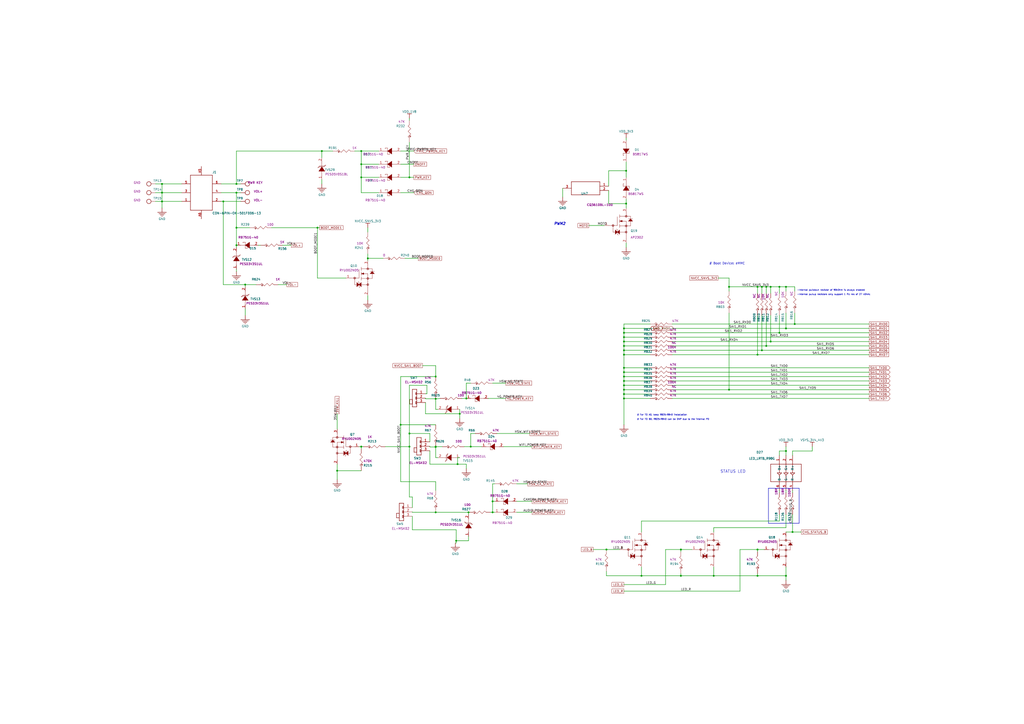
<source format=kicad_sch>
(kicad_sch (version 20250114) (generator "eeschema") (generator_version "9.0")
  (paper "A2")
  (title_block (title "Librem 5 Mainboard") (date "2024-03-21") (rev "v1.0.6.1") (company "Purism SPC") (comment 1 "GNU GPLv3+") (comment 2 "Copyright"))
  (text "-Internal pulldown resistor of 90kOhm is always enabled" (at 462.28 168.91 0) (effects (font (size 0.889 0.889)) (justify left bottom)))
  (text "# For TO A0, keep R825~R840 installation" (at 369.57 241.3 0) (effects (font (size 0.889 0.889)) (justify left bottom)))
  (text "-Internal pullup resistors only support 1 PU res of 27 kOhm;" (at 462.28 171.45 0) (effects (font (size 0.889 0.889)) (justify left bottom)))
  (text "PWM2" (at 321.31 130.81 0) (effects (font (size 1.524 1.524) (bold yes) (italic yes)) (justify left bottom)))
  (text "STATUS LED" (at 417.83 274.574 0) (effects (font (size 1.651 1.651)) (justify left bottom)))
  (text "# For TO B0, R825~R840 can be DNP due to the internal PD" (at 369.57 243.84 0) (effects (font (size 0.889 0.889)) (justify left bottom)))
  (text "# Boot Device: eMMC" (at 411.48 153.67 0) (effects (font (size 1.27 1.27)) (justify left bottom)))
  (junction (at 237.49 259.08))
  (junction (at 361.95 195.58))
  (junction (at 441.96 166.37))
  (junction (at 455.93 190.5))
  (junction (at 441.96 203.2))
  (junction (at 137.16 111.76))
  (junction (at 444.5 200.66))
  (junction (at 452.12 193.04))
  (junction (at 209.55 102.87))
  (junction (at 461.01 187.96))
  (junction (at 273.05 259.08))
  (junction (at 252.73 231.343))
  (junction (at 459.74 308.61))
  (junction (at 422.91 166.37))
  (junction (at 455.93 261.62))
  (junction (at 93.98 116.84))
  (junction (at 237.49 251.46))
  (junction (at 439.42 166.37))
  (junction (at 266.7 240.03))
  (junction (at 361.95 190.5))
  (junction (at 213.36 149.86))
  (junction (at 361.95 220.98))
  (junction (at 93.98 111.76))
  (junction (at 414.02 334.01))
  (junction (at 237.49 102.87))
  (junction (at 351.79 318.77))
  (junction (at 452.12 166.37))
  (junction (at 232.41 246.38))
  (junction (at 252.73 259.08))
  (junction (at 209.55 87.63))
  (junction (at 93.98 106.68))
  (junction (at 270.51 231.14))
  (junction (at 252.73 259.283))
  (junction (at 439.42 318.77))
  (junction (at 137.16 106.68))
  (junction (at 361.95 198.12))
  (junction (at 252.73 218.44))
  (junction (at 265.43 269.24))
  (junction (at 455.93 166.37))
  (junction (at 361.95 215.9))
  (junction (at 447.04 166.37))
  (junction (at 361.95 205.74))
  (junction (at 271.78 297.18))
  (junction (at 264.617 313.69))
  (junction (at 184.15 132.08))
  (junction (at 439.42 205.74))
  (junction (at 361.95 218.44))
  (junction (at 394.97 318.77))
  (junction (at 422.91 226.06))
  (junction (at 186.69 87.63))
  (junction (at 361.95 193.04))
  (junction (at 209.55 259.08))
  (junction (at 361.95 200.66))
  (junction (at 361.95 231.14))
  (junction (at 361.95 223.52))
  (junction (at 372.11 334.01))
  (junction (at 142.24 165.1))
  (junction (at 252.73 297.18))
  (junction (at 363.22 99.06))
  (junction (at 361.95 228.6))
  (junction (at 394.97 334.01))
  (junction (at 439.42 334.01))
  (junction (at 129.54 116.84))
  (junction (at 363.22 118.11))
  (junction (at 455.93 334.01))
  (junction (at 137.16 132.08))
  (junction (at 361.95 203.2))
  (junction (at 285.75 290.83))
  (junction (at 209.55 95.25))
  (junction (at 444.5 166.37))
  (junction (at 447.04 198.12))
  (junction (at 361.95 213.36))
  (junction (at 285.75 297.18))
  (junction (at 195.58 273.05))
  (junction (at 137.16 142.24))
  (junction (at 361.95 226.06))
  (wire (pts (xy 252.73 259.283) (xy 252.73 265.43)) (stroke (width 0.254)))
  (wire (pts (xy 363.22 99.06) (xy 363.22 102.87)) (stroke (width 0.254)))
  (wire (pts (xy 422.91 226.06) (xy 422.91 181.61)) (stroke (width 0.254)))
  (wire (pts (xy 209.55 87.63) (xy 219.71 87.63)) (stroke (width 0.254)))
  (polyline (pts (xy 463.55 303.53) (xy 463.55 283.21)) (stroke (width 0.254) (type solid)))
  (polyline (pts (xy 445.77 283.21) (xy 445.77 303.53)) (stroke (width 0.254) (type solid)))
  (wire (pts (xy 239.217 288.29) (xy 239.217 294.437)) (stroke (width 0.254)))
  (wire (pts (xy 129.54 116.84) (xy 129.54 165.1)) (stroke (width 0.254)))
  (wire (pts (xy 439.42 334.01) (xy 455.93 334.01)) (stroke (width 0.254)))
  (wire (pts (xy 389.89 205.74) (xy 439.42 205.74)) (stroke (width 0.254)))
  (wire (pts (xy 363.22 81.28) (xy 363.22 80.01)) (stroke (width 0.254)))
  (wire (pts (xy 439.42 205.74) (xy 504.19 205.74)) (stroke (width 0.254)))
  (wire (pts (xy 232.41 246.38) (xy 232.41 218.44)) (stroke (width 0.254)))
  (wire (pts (xy 288.29 251.46) (xy 307.34 251.46)) (stroke (width 0.254)))
  (wire (pts (xy 142.24 165.1) (xy 142.24 166.37)) (stroke (width 0.254)))
  (wire (pts (xy 209.55 111.76) (xy 219.71 111.76)) (stroke (width 0.254)))
  (wire (pts (xy 213.36 171.45) (xy 213.36 173.99)) (stroke (width 0.254)))
  (wire (pts (xy 389.89 198.12) (xy 447.04 198.12)) (stroke (width 0.254)))
  (wire (pts (xy 353.06 99.06) (xy 363.22 99.06)) (stroke (width 0.254)))
  (wire (pts (xy 252.73 265.43) (xy 254 265.43)) (stroke (width 0.254)))
  (wire (pts (xy 269.24 259.08) (xy 273.05 259.08)) (stroke (width 0.254)))
  (wire (pts (xy 361.95 220.98) (xy 377.19 220.98)) (stroke (width 0.254)))
  (wire (pts (xy 439.42 332.74) (xy 439.42 334.01)) (stroke (width 0.254)))
  (wire (pts (xy 386.08 318.77) (xy 394.97 318.77)) (stroke (width 0.254)))
  (wire (pts (xy 232.41 279.4) (xy 232.41 246.38)) (stroke (width 0.254)))
  (wire (pts (xy 361.95 205.74) (xy 377.19 205.74)) (stroke (width 0.254)))
  (wire (pts (xy 353.06 110.49) (xy 353.06 118.11)) (stroke (width 0.254)))
  (wire (pts (xy 237.49 251.46) (xy 249.377 251.46)) (stroke (width 0.254)))
  (wire (pts (xy 389.89 226.06) (xy 422.91 226.06)) (stroke (width 0.254)))
  (wire (pts (xy 285.75 280.67) (xy 285.75 290.83)) (stroke (width 0.254)))
  (wire (pts (xy 209.55 102.87) (xy 209.55 111.76)) (stroke (width 0.254)))
  (wire (pts (xy 210.82 259.08) (xy 209.55 259.08)) (stroke (width 0.254)))
  (wire (pts (xy 223.52 259.08) (xy 237.49 259.08)) (stroke (width 0.254)))
  (wire (pts (xy 213.36 151.13) (xy 213.36 149.86)) (stroke (width 0.254)))
  (wire (pts (xy 137.16 143.51) (xy 137.16 142.24)) (stroke (width 0.254)))
  (wire (pts (xy 186.69 87.63) (xy 137.16 87.63)) (stroke (width 0.254)))
  (wire (pts (xy 93.98 116.84) (xy 105.41 116.84)) (stroke (width 0.254)))
  (wire (pts (xy 394.97 334.01) (xy 414.02 334.01)) (stroke (width 0.254)))
  (wire (pts (xy 137.16 87.63) (xy 137.16 106.68)) (stroke (width 0.254)))
  (wire (pts (xy 361.95 195.58) (xy 361.95 198.12)) (stroke (width 0.254)))
  (wire (pts (xy 161.29 165.1) (xy 166.37 165.1)) (stroke (width 0.254)))
  (wire (pts (xy 361.95 231.14) (xy 377.19 231.14)) (stroke (width 0.254)))
  (wire (pts (xy 249.377 259.283) (xy 249.377 258.877)) (stroke (width 0.254)))
  (wire (pts (xy 361.95 218.44) (xy 361.95 220.98)) (stroke (width 0.254)))
  (wire (pts (xy 209.55 273.05) (xy 195.58 273.05)) (stroke (width 0.254)))
  (wire (pts (xy 377.19 190.5) (xy 389.89 190.5)) (stroke (width 0.0508)))
  (wire (pts (xy 350.52 130.81) (xy 341.63 130.81)) (stroke (width 0.254)))
  (wire (pts (xy 256.54 259.08) (xy 252.73 259.08)) (stroke (width 0.254)))
  (wire (pts (xy 459.74 308.61) (xy 455.93 308.61)) (stroke (width 0.254)))
  (wire (pts (xy 209.55 259.08) (xy 208.28 259.08)) (stroke (width 0.254)))
  (wire (pts (xy 441.96 166.37) (xy 439.42 166.37)) (stroke (width 0.254)))
  (wire (pts (xy 353.06 118.11) (xy 363.22 118.11)) (stroke (width 0.254)))
  (wire (pts (xy 271.78 311.15) (xy 271.78 313.69)) (stroke (width 0.254)))
  (wire (pts (xy 195.58 248.92) (xy 195.58 240.03)) (stroke (width 0.254)))
  (wire (pts (xy 394.97 318.77) (xy 401.32 318.77)) (stroke (width 0.254)))
  (wire (pts (xy 461.01 168.91) (xy 461.01 166.37)) (stroke (width 0.254)))
  (wire (pts (xy 287.02 280.67) (xy 285.75 280.67)) (stroke (width 0.254)))
  (wire (pts (xy 363.22 118.11) (xy 363.22 115.57)) (stroke (width 0.254)))
  (wire (pts (xy 389.89 215.9) (xy 504.19 215.9)) (stroke (width 0.254)))
  (wire (pts (xy 219.71 102.87) (xy 209.55 102.87)) (stroke (width 0.254)))
  (wire (pts (xy 129.54 116.84) (xy 128.27 116.84)) (stroke (width 0.254)))
  (wire (pts (xy 361.95 218.44) (xy 377.19 218.44)) (stroke (width 0.254)))
  (wire (pts (xy 285.75 290.83) (xy 285.75 297.18)) (stroke (width 0.254)))
  (wire (pts (xy 213.36 134.62) (xy 213.36 132.08)) (stroke (width 0.254)))
  (wire (pts (xy 441.96 170.18) (xy 441.96 166.37)) (stroke (width 0.254)))
  (wire (pts (xy 452.12 170.18) (xy 452.12 166.37)) (stroke (width 0.254)))
  (wire (pts (xy 93.98 111.76) (xy 93.98 116.84)) (stroke (width 0.254)))
  (wire (pts (xy 439.42 166.37) (xy 422.91 166.37)) (stroke (width 0.254)))
  (wire (pts (xy 361.95 220.98) (xy 361.95 223.52)) (stroke (width 0.254)))
  (wire (pts (xy 273.05 222.25) (xy 270.51 222.25)) (stroke (width 0.254)))
  (wire (pts (xy 209.55 95.25) (xy 209.55 87.63)) (stroke (width 0.254)))
  (wire (pts (xy 351.79 318.77) (xy 344.17 318.77)) (stroke (width 0.254)))
  (wire (pts (xy 439.42 318.77) (xy 443.23 318.77)) (stroke (width 0.254)))
  (wire (pts (xy 455.93 298.45) (xy 455.93 306.07)) (stroke (width 0.254)))
  (wire (pts (xy 361.95 193.04) (xy 361.95 195.58)) (stroke (width 0.254)))
  (wire (pts (xy 455.93 284.48) (xy 455.93 285.75)) (stroke (width 0.254)))
  (wire (pts (xy 237.49 69.85) (xy 237.49 68.58)) (stroke (width 0.254)))
  (wire (pts (xy 265.43 269.24) (xy 270.51 269.24)) (stroke (width 0.254)))
  (wire (pts (xy 361.95 228.6) (xy 361.95 231.14)) (stroke (width 0.254)))
  (wire (pts (xy 377.19 193.04) (xy 361.95 193.04)) (stroke (width 0.254)))
  (wire (pts (xy 361.95 190.5) (xy 361.95 187.96)) (stroke (width 0.254)))
  (wire (pts (xy 459.74 285.75) (xy 459.74 284.48)) (stroke (width 0.254)))
  (wire (pts (xy 232.41 102.87) (xy 237.49 102.87)) (stroke (width 0.254)))
  (wire (pts (xy 455.93 334.01) (xy 455.93 328.93)) (stroke (width 0.254)))
  (wire (pts (xy 394.97 320.04) (xy 394.97 318.77)) (stroke (width 0.254)))
  (wire (pts (xy 195.58 269.24) (xy 195.58 273.05)) (stroke (width 0.254)))
  (wire (pts (xy 363.22 120.65) (xy 363.22 118.11)) (stroke (width 0.254)))
  (wire (pts (xy 252.73 259.283) (xy 252.73 259.08)) (stroke (width 0.254)))
  (wire (pts (xy 163.83 142.24) (xy 168.91 142.24)) (stroke (width 0.254)))
  (wire (pts (xy 246.837 231.343) (xy 246.837 230.937)) (stroke (width 0.254)))
  (wire (pts (xy 252.73 297.18) (xy 271.78 297.18)) (stroke (width 0.254)))
  (wire (pts (xy 447.04 170.18) (xy 447.04 166.37)) (stroke (width 0.254)))
  (wire (pts (xy 265.43 265.43) (xy 265.43 269.24)) (stroke (width 0.254)))
  (wire (pts (xy 142.24 179.07) (xy 142.24 182.88)) (stroke (width 0.254)))
  (wire (pts (xy 444.5 166.37) (xy 441.96 166.37)) (stroke (width 0.254)))
  (wire (pts (xy 205.74 87.63) (xy 209.55 87.63)) (stroke (width 0.254)))
  (wire (pts (xy 252.73 246.38) (xy 232.41 246.38)) (stroke (width 0.254)))
  (wire (pts (xy 455.93 166.37) (xy 452.12 166.37)) (stroke (width 0.254)))
  (wire (pts (xy 471.17 261.62) (xy 471.17 259.08)) (stroke (width 0.254)))
  (wire (pts (xy 252.73 231.343) (xy 246.837 231.343)) (stroke (width 0.254)))
  (wire (pts (xy 361.95 213.36) (xy 377.19 213.36)) (stroke (width 0.254)))
  (wire (pts (xy 389.89 231.14) (xy 504.19 231.14)) (stroke (width 0.254)))
  (wire (pts (xy 184.15 132.08) (xy 184.15 161.29)) (stroke (width 0.254)))
  (wire (pts (xy 389.89 193.04) (xy 452.12 193.04)) (stroke (width 0.254)))
  (wire (pts (xy 386.08 339.09) (xy 386.08 318.77)) (stroke (width 0.254)))
  (wire (pts (xy 137.16 111.76) (xy 139.7 111.76)) (stroke (width 0.254)))
  (wire (pts (xy 351.79 334.01) (xy 372.11 334.01)) (stroke (width 0.254)))
  (wire (pts (xy 361.95 193.04) (xy 361.95 190.5)) (stroke (width 0.254)))
  (wire (pts (xy 270.51 269.24) (xy 270.51 271.78)) (stroke (width 0.254)))
  (wire (pts (xy 299.72 297.18) (xy 308.61 297.18)) (stroke (width 0.254)))
  (wire (pts (xy 447.04 198.12) (xy 504.19 198.12)) (stroke (width 0.254)))
  (wire (pts (xy 237.49 102.87) (xy 240.03 102.87)) (stroke (width 0.254)))
  (wire (pts (xy 273.05 251.46) (xy 273.05 259.08)) (stroke (width 0.254)))
  (wire (pts (xy 414.02 334.01) (xy 439.42 334.01)) (stroke (width 0.254)))
  (wire (pts (xy 252.73 284.48) (xy 252.73 279.4)) (stroke (width 0.254)))
  (wire (pts (xy 264.617 313.69) (xy 264.617 314.96)) (stroke (width 0.254)))
  (wire (pts (xy 444.5 182.88) (xy 444.5 200.66)) (stroke (width 0.254)))
  (wire (pts (xy 90.17 111.76) (xy 93.98 111.76)) (stroke (width 0.254)))
  (wire (pts (xy 128.27 111.76) (xy 137.16 111.76)) (stroke (width 0.254)))
  (wire (pts (xy 252.73 279.4) (xy 232.41 279.4)) (stroke (width 0.254)))
  (wire (pts (xy 237.49 223.52) (xy 247.65 223.52)) (stroke (width 0.254)))
  (wire (pts (xy 285.75 222.25) (xy 293.37 222.25)) (stroke (width 0.254)))
  (wire (pts (xy 246.837 240.03) (xy 246.837 233.477)) (stroke (width 0.254)))
  (wire (pts (xy 184.15 161.29) (xy 200.66 161.29)) (stroke (width 0.254)))
  (wire (pts (xy 299.72 280.67) (xy 306.07 280.67)) (stroke (width 0.254)))
  (wire (pts (xy 439.42 320.04) (xy 439.42 318.77)) (stroke (width 0.254)))
  (wire (pts (xy 461.01 181.61) (xy 461.01 187.96)) (stroke (width 0.254)))
  (wire (pts (xy 137.16 156.21) (xy 137.16 157.48)) (stroke (width 0.254)))
  (wire (pts (xy 90.17 116.84) (xy 93.98 116.84)) (stroke (width 0.254)))
  (wire (pts (xy 247.65 223.52) (xy 247.65 228.397)) (stroke (width 0.254)))
  (wire (pts (xy 459.74 298.45) (xy 459.74 308.61)) (stroke (width 0.254)))
  (wire (pts (xy 144.78 132.08) (xy 137.16 132.08)) (stroke (width 0.254)))
  (wire (pts (xy 234.95 149.86) (xy 242.57 149.86)) (stroke (width 0.254)))
  (wire (pts (xy 232.41 218.44) (xy 252.73 218.44)) (stroke (width 0.254)))
  (wire (pts (xy 455.93 190.5) (xy 504.19 190.5)) (stroke (width 0.254)))
  (wire (pts (xy 292.1 259.08) (xy 308.61 259.08)) (stroke (width 0.254)))
  (wire (pts (xy 266.7 240.03) (xy 246.837 240.03)) (stroke (width 0.254)))
  (wire (pts (xy 444.5 200.66) (xy 504.19 200.66)) (stroke (width 0.254)))
  (wire (pts (xy 452.12 166.37) (xy 447.04 166.37)) (stroke (width 0.254)))
  (wire (pts (xy 93.98 106.68) (xy 93.98 111.76)) (stroke (width 0.254)))
  (wire (pts (xy 459.74 264.16) (xy 459.74 261.62)) (stroke (width 0.254)))
  (wire (pts (xy 213.36 149.86) (xy 213.36 147.32)) (stroke (width 0.254)))
  (wire (pts (xy 389.89 220.98) (xy 504.19 220.98)) (stroke (width 0.254)))
  (wire (pts (xy 252.73 218.44) (xy 252.73 212.09)) (stroke (width 0.254)))
  (wire (pts (xy 186.69 104.14) (xy 186.69 106.68)) (stroke (width 0.254)))
  (wire (pts (xy 252.73 259.283) (xy 249.377 259.283)) (stroke (width 0.254)))
  (wire (pts (xy 252.73 231.343) (xy 252.73 231.14)) (stroke (width 0.254)))
  (wire (pts (xy 361.95 226.06) (xy 361.95 228.6)) (stroke (width 0.254)))
  (wire (pts (xy 137.16 142.24) (xy 137.16 132.08)) (stroke (width 0.254)))
  (wire (pts (xy 275.59 251.46) (xy 273.05 251.46)) (stroke (width 0.254)))
  (wire (pts (xy 237.49 251.46) (xy 237.49 223.52)) (stroke (width 0.254)))
  (wire (pts (xy 361.95 342.9) (xy 429.26 342.9)) (stroke (width 0.254)))
  (wire (pts (xy 455.93 261.62) (xy 452.12 261.62)) (stroke (width 0.254)))
  (wire (pts (xy 148.59 165.1) (xy 142.24 165.1)) (stroke (width 0.254)))
  (wire (pts (xy 271.78 298.45) (xy 271.78 297.18)) (stroke (width 0.254)))
  (wire (pts (xy 361.95 215.9) (xy 377.19 215.9)) (stroke (width 0.254)))
  (wire (pts (xy 232.41 95.25) (xy 240.03 95.25)) (stroke (width 0.254)))
  (wire (pts (xy 247.65 228.397) (xy 246.837 228.397)) (stroke (width 0.254)))
  (wire (pts (xy 389.89 195.58) (xy 504.19 195.58)) (stroke (width 0.254)))
  (wire (pts (xy 285.75 297.18) (xy 287.02 297.18)) (stroke (width 0.254)))
  (wire (pts (xy 249.377 251.46) (xy 249.377 256.337)) (stroke (width 0.254)))
  (wire (pts (xy 186.69 91.44) (xy 186.69 87.63)) (stroke (width 0.254)))
  (wire (pts (xy 361.95 223.52) (xy 377.19 223.52)) (stroke (width 0.254)))
  (wire (pts (xy 239.217 307.34) (xy 239.217 299.517)) (stroke (width 0.254)))
  (wire (pts (xy 422.91 166.37) (xy 422.91 168.91)) (stroke (width 0.254)))
  (wire (pts (xy 252.73 297.18) (xy 239.217 297.18)) (stroke (width 0.254)))
  (wire (pts (xy 422.91 226.06) (xy 504.19 226.06)) (stroke (width 0.254)))
  (wire (pts (xy 252.73 212.09) (xy 245.11 212.09)) (stroke (width 0.254)))
  (wire (pts (xy 266.7 265.43) (xy 265.43 265.43)) (stroke (width 0.254)))
  (wire (pts (xy 361.95 203.2) (xy 377.19 203.2)) (stroke (width 0.254)))
  (wire (pts (xy 372.11 328.93) (xy 372.11 334.01)) (stroke (width 0.254)))
  (wire (pts (xy 389.89 223.52) (xy 504.19 223.52)) (stroke (width 0.254)))
  (wire (pts (xy 439.42 182.88) (xy 439.42 205.74)) (stroke (width 0.254)))
  (wire (pts (xy 326.39 109.22) (xy 326.39 114.3)) (stroke (width 0.254)))
  (wire (pts (xy 90.17 106.68) (xy 93.98 106.68)) (stroke (width 0.254)))
  (wire (pts (xy 389.89 213.36) (xy 504.19 213.36)) (stroke (width 0.254)))
  (wire (pts (xy 252.73 237.49) (xy 252.73 231.343)) (stroke (width 0.254)))
  (wire (pts (xy 93.98 111.76) (xy 105.41 111.76)) (stroke (width 0.254)))
  (wire (pts (xy 222.25 149.86) (xy 213.36 149.86)) (stroke (width 0.254)))
  (wire (pts (xy 361.95 198.12) (xy 377.19 198.12)) (stroke (width 0.254)))
  (wire (pts (xy 389.89 203.2) (xy 441.96 203.2)) (stroke (width 0.254)))
  (wire (pts (xy 267.97 231.14) (xy 270.51 231.14)) (stroke (width 0.254)))
  (wire (pts (xy 265.43 269.24) (xy 249.377 269.24)) (stroke (width 0.254)))
  (wire (pts (xy 157.48 132.08) (xy 184.15 132.08)) (stroke (width 0.254)))
  (wire (pts (xy 359.41 318.77) (xy 351.79 318.77)) (stroke (width 0.254)))
  (wire (pts (xy 455.93 261.62) (xy 455.93 259.08)) (stroke (width 0.254)))
  (wire (pts (xy 361.95 213.36) (xy 361.95 215.9)) (stroke (width 0.254)))
  (wire (pts (xy 461.01 187.96) (xy 504.19 187.96)) (stroke (width 0.254)))
  (wire (pts (xy 237.49 288.29) (xy 239.217 288.29)) (stroke (width 0.254)))
  (wire (pts (xy 255.27 231.14) (xy 252.73 231.343)) (stroke (width 0.254)))
  (wire (pts (xy 455.93 168.91) (xy 455.93 166.37)) (stroke (width 0.254)))
  (wire (pts (xy 361.95 205.74) (xy 361.95 213.36)) (stroke (width 0.254)))
  (wire (pts (xy 447.04 166.37) (xy 444.5 166.37)) (stroke (width 0.254)))
  (wire (pts (xy 361.95 195.58) (xy 377.19 195.58)) (stroke (width 0.254)))
  (wire (pts (xy 455.93 334.01) (xy 455.93 336.55)) (stroke (width 0.254)))
  (wire (pts (xy 351.79 331.47) (xy 351.79 334.01)) (stroke (width 0.254)))
  (wire (pts (xy 195.58 273.05) (xy 195.58 278.13)) (stroke (width 0.254)))
  (wire (pts (xy 452.12 193.04) (xy 504.19 193.04)) (stroke (width 0.254)))
  (wire (pts (xy 353.06 107.95) (xy 353.06 99.06)) (stroke (width 0.254)))
  (wire (pts (xy 239.217 297.18) (xy 239.217 296.977)) (stroke (width 0.254)))
  (wire (pts (xy 455.93 181.61) (xy 455.93 190.5)) (stroke (width 0.254)))
  (wire (pts (xy 237.49 82.55) (xy 237.49 102.87)) (stroke (width 0.254)))
  (wire (pts (xy 149.86 142.24) (xy 151.13 142.24)) (stroke (width 0.254)))
  (wire (pts (xy 389.89 187.96) (xy 461.01 187.96)) (stroke (width 0.254)))
  (wire (pts (xy 363.22 143.51) (xy 363.22 140.97)) (stroke (width 0.254)))
  (wire (pts (xy 361.95 190.5) (xy 377.19 190.5)) (stroke (width 0.254)))
  (wire (pts (xy 361.95 200.66) (xy 361.95 203.2)) (stroke (width 0.254)))
  (wire (pts (xy 266.7 237.49) (xy 266.7 240.03)) (stroke (width 0.254)))
  (wire (pts (xy 414.02 328.93) (xy 414.02 334.01)) (stroke (width 0.254)))
  (wire (pts (xy 361.95 223.52) (xy 361.95 226.06)) (stroke (width 0.254)))
  (wire (pts (xy 273.05 259.08) (xy 279.4 259.08)) (stroke (width 0.254)))
  (wire (pts (xy 266.7 242.57) (xy 266.7 240.03)) (stroke (width 0.254)))
  (wire (pts (xy 129.54 165.1) (xy 142.24 165.1)) (stroke (width 0.254)))
  (wire (pts (xy 283.21 231.14) (xy 293.37 231.14)) (stroke (width 0.254)))
  (wire (pts (xy 264.617 314.96) (xy 264.16 314.96)) (stroke (width 0.254)))
  (wire (pts (xy 287.02 290.83) (xy 285.75 290.83)) (stroke (width 0.254)))
  (wire (pts (xy 389.89 228.6) (xy 504.19 228.6)) (stroke (width 0.254)))
  (polyline (pts (xy 445.77 303.53) (xy 463.55 303.53)) (stroke (width 0.254) (type solid)))
  (wire (pts (xy 389.89 200.66) (xy 444.5 200.66)) (stroke (width 0.254)))
  (wire (pts (xy 452.12 302.26) (xy 372.11 302.26)) (stroke (width 0.254)))
  (wire (pts (xy 361.95 198.12) (xy 361.95 200.66)) (stroke (width 0.254)))
  (wire (pts (xy 461.01 166.37) (xy 455.93 166.37)) (stroke (width 0.254)))
  (wire (pts (xy 429.26 342.9) (xy 429.26 318.77)) (stroke (width 0.254)))
  (wire (pts (xy 422.91 161.29) (xy 416.56 161.29)) (stroke (width 0.254)))
  (wire (pts (xy 361.95 231.14) (xy 361.95 246.38)) (stroke (width 0.254)))
  (wire (pts (xy 361.95 215.9) (xy 361.95 218.44)) (stroke (width 0.254)))
  (wire (pts (xy 441.96 203.2) (xy 504.19 203.2)) (stroke (width 0.254)))
  (wire (pts (xy 441.96 182.88) (xy 441.96 203.2)) (stroke (width 0.254)))
  (wire (pts (xy 361.95 339.09) (xy 386.08 339.09)) (stroke (width 0.254)))
  (wire (pts (xy 459.74 308.61) (xy 464.82 308.61)) (stroke (width 0.254)))
  (wire (pts (xy 284.48 297.18) (xy 285.75 297.18)) (stroke (width 0.254)))
  (wire (pts (xy 186.69 87.63) (xy 193.04 87.63)) (stroke (width 0.254)))
  (wire (pts (xy 455.93 190.5) (xy 389.89 190.5)) (stroke (width 0.254)))
  (wire (pts (xy 372.11 302.26) (xy 372.11 308.61)) (stroke (width 0.254)))
  (wire (pts (xy 237.49 259.08) (xy 237.49 288.29)) (stroke (width 0.254)))
  (wire (pts (xy 137.16 132.08) (xy 137.16 111.76)) (stroke (width 0.254)))
  (wire (pts (xy 128.27 106.68) (xy 137.16 106.68)) (stroke (width 0.254)))
  (wire (pts (xy 232.41 111.76) (xy 240.03 111.76)) (stroke (width 0.254)))
  (wire (pts (xy 361.95 187.96) (xy 377.19 187.96)) (stroke (width 0.254)))
  (wire (pts (xy 459.74 261.62) (xy 471.17 261.62)) (stroke (width 0.254)))
  (wire (pts (xy 394.97 332.74) (xy 394.97 334.01)) (stroke (width 0.254)))
  (wire (pts (xy 455.93 264.16) (xy 455.93 261.62)) (stroke (width 0.254)))
  (wire (pts (xy 232.41 87.63) (xy 240.03 87.63)) (stroke (width 0.254)))
  (wire (pts (xy 455.93 306.07) (xy 414.02 306.07)) (stroke (width 0.254)))
  (wire (pts (xy 209.55 95.25) (xy 219.71 95.25)) (stroke (width 0.254)))
  (wire (pts (xy 361.95 228.6) (xy 377.19 228.6)) (stroke (width 0.254)))
  (wire (pts (xy 237.49 259.08) (xy 237.49 251.46)) (stroke (width 0.254)))
  (wire (pts (xy 439.42 170.18) (xy 439.42 166.37)) (stroke (width 0.254)))
  (polyline (pts (xy 463.55 283.21) (xy 445.77 283.21)) (stroke (width 0.254) (type solid)))
  (wire (pts (xy 363.22 93.98) (xy 363.22 99.06)) (stroke (width 0.254)))
  (wire (pts (xy 414.02 306.07) (xy 414.02 308.61)) (stroke (width 0.254)))
  (wire (pts (xy 129.54 116.84) (xy 139.7 116.84)) (stroke (width 0.254)))
  (wire (pts (xy 184.15 132.08) (xy 185.42 132.08)) (stroke (width 0.254)))
  (wire (pts (xy 271.78 313.69) (xy 264.617 313.69)) (stroke (width 0.254)))
  (wire (pts (xy 264.617 313.69) (xy 264.617 307.34)) (stroke (width 0.254)))
  (wire (pts (xy 299.72 290.83) (xy 308.61 290.83)) (stroke (width 0.254)))
  (wire (pts (xy 422.91 166.37) (xy 422.91 161.29)) (stroke (width 0.254)))
  (wire (pts (xy 429.26 318.77) (xy 439.42 318.77)) (stroke (width 0.254)))
  (wire (pts (xy 444.5 170.18) (xy 444.5 166.37)) (stroke (width 0.254)))
  (wire (pts (xy 452.12 298.45) (xy 452.12 302.26)) (stroke (width 0.254)))
  (wire (pts (xy 254 237.49) (xy 252.73 237.49)) (stroke (width 0.254)))
  (wire (pts (xy 361.95 203.2) (xy 361.95 205.74)) (stroke (width 0.254)))
  (wire (pts (xy 270.51 222.25) (xy 270.51 231.14)) (stroke (width 0.254)))
  (wire (pts (xy 452.12 261.62) (xy 452.12 264.16)) (stroke (width 0.254)))
  (wire (pts (xy 249.377 269.24) (xy 249.377 261.417)) (stroke (width 0.254)))
  (wire (pts (xy 209.55 102.87) (xy 209.55 95.25)) (stroke (width 0.254)))
  (wire (pts (xy 452.12 182.88) (xy 452.12 193.04)) (stroke (width 0.254)))
  (wire (pts (xy 361.95 226.06) (xy 377.19 226.06)) (stroke (width 0.254)))
  (wire (pts (xy 452.12 285.75) (xy 452.12 284.48)) (stroke (width 0.254)))
  (wire (pts (xy 93.98 106.68) (xy 105.41 106.68)) (stroke (width 0.254)))
  (wire (pts (xy 209.55 260.35) (xy 209.55 259.08)) (stroke (width 0.254)))
  (wire (pts (xy 389.89 218.44) (xy 504.19 218.44)) (stroke (width 0.254)))
  (wire (pts (xy 93.98 116.84) (xy 93.98 120.65)) (stroke (width 0.254)))
  (wire (pts (xy 137.16 106.68) (xy 139.7 106.68)) (stroke (width 0.254)))
  (wire (pts (xy 447.04 182.88) (xy 447.04 198.12)) (stroke (width 0.254)))
  (wire (pts (xy 264.617 307.34) (xy 239.217 307.34)) (stroke (width 0.254)))
  (wire (pts (xy 372.11 334.01) (xy 394.97 334.01)) (stroke (width 0.254)))
  (wire (pts (xy 361.95 200.66) (xy 377.19 200.66)) (stroke (width 0.254)))
  (label "SAI1_RXD1" (at 422.91 190.5 0))
  (label "CHG_STATUS_B" (at 459.74 303.53 90))
  (label "CHG_QON" (at 236.22 111.76 0))
  (label "WIFI_POWER_KEY" (at 300.99 259.08 0))
  (label "HSW_4G_STATE" (at 289.56 222.25 0))
  (label "VOL-" (at 163.83 165.1 0))
  (label "PWR_KEY" (at 237.49 92.71 90))
  (label "SAI1_RXD4" (at 417.83 198.12 0))
  (label "NVCC_SNVS_3V3" (at 430.53 166.37 0))
  (label "PMIC_PWRON_KEY" (at 236.22 87.63 0))
  (label "SAI1_TXD5" (at 463.55 226.06 0))
  (label "SAI1_RXD2" (at 420.37 193.04 0))
  (label "SAI1_TXD2" (at 447.04 218.44 0))
  (label "ONOFF" (at 236.22 95.25 0))
  (label "SAI1_RXD7" (at 471.17 205.74 0))
  (label "SAI1_RXD6" (at 473.71 203.2 0))
  (label "MOTO" (at 346.71 130.81 0))
  (label "AUDIO_POWER_KEY" (at 303.53 297.18 0))
  (label "HSW_WIFI_STATE" (at 298.45 251.46 0))
  (label "CAMERA_POWER_KEY" (at 303.53 290.83 0))
  (label "SAI1_RXD5" (at 473.71 200.66 0))
  (label "VOL+" (at 166.37 142.24 0))
  (label "SAI1_RXD0" (at 425.45 187.96 0))
  (label "SAI1_TXD6" (at 447.04 228.6 0))
  (label "HSW_CA_STATE" (at 303.53 280.67 0))
  (label "SAI1_TXD3" (at 447.04 220.98 0))
  (label "NVCC_SAI1_BOOT" (at 232.41 262.89 90))
  (label "SAI1_TXD1" (at 447.04 215.9 0))
  (label "BOOT_MODE0" (at 238.76 149.86 0))
  (label "SAI1_RXD3" (at 447.04 195.58 0))
  (label "LED_G" (at 374.65 339.09 0))
  (label "SAI1_TXD4" (at 447.04 223.52 0))
  (label "SAI1_TXD7" (at 447.04 231.14 0))
  (label "SAI1_TXD0" (at 447.04 213.36 0))
  (label "BOOT_MODE1" (at 184.15 147.32 90))
  (label "3SW_KILL" (at 195.58 243.84 90))
  (label "4G_POWER_KEY" (at 288.29 231.14 0))
  (label "LED_R" (at 394.97 342.9 0))
  (label "LED_B" (at 355.6 318.77 0))
  (global_label "HSW_4G_STATE" (shape passive) (at 293.37 222.25 0) (property "Intersheetrefs" "${INTERSHEET_REFS}" (effects (hide yes))))
  (global_label "SAI1_RXD4" (shape passive) (at 504.19 198.12 0) (property "Intersheetrefs" "${INTERSHEET_REFS}" (effects (hide yes))))
  (global_label "SAI1_RXD1" (shape passive) (at 504.19 190.5 0) (property "Intersheetrefs" "${INTERSHEET_REFS}" (effects (hide yes))))
  (global_label "ONOFF" (shape passive) (at 240.03 95.25 0) (property "Intersheetrefs" "${INTERSHEET_REFS}" (effects (hide yes))))
  (global_label "SAI1_RXD1" (shape bidirectional) (at 377.19 190.5 0) (property "Intersheetrefs" "${INTERSHEET_REFS}" (effects (hide yes))))
  (global_label "SAI1_TXD0" (shape output) (at 504.19 213.36 0) (property "Intersheetrefs" "${INTERSHEET_REFS}" (effects (hide yes))))
  (global_label "SAI1_RXD2" (shape passive) (at 504.19 193.04 0) (property "Intersheetrefs" "${INTERSHEET_REFS}" (effects (hide yes))))
  (global_label "SAI1_TXD4" (shape output) (at 504.19 223.52 0) (property "Intersheetrefs" "${INTERSHEET_REFS}" (effects (hide yes))))
  (global_label "AUDIO_POWER_KEY" (shape passive) (at 308.61 297.18 0) (property "Intersheetrefs" "${INTERSHEET_REFS}" (effects (hide yes))))
  (global_label "CHG_QON" (shape input) (at 240.03 111.76 0) (property "Intersheetrefs" "${INTERSHEET_REFS}" (effects (hide yes))))
  (global_label "SAI1_TXD6" (shape output) (at 504.19 228.6 0) (property "Intersheetrefs" "${INTERSHEET_REFS}" (effects (hide yes))))
  (global_label "VOL-" (shape passive) (at 166.37 165.1 0) (property "Intersheetrefs" "${INTERSHEET_REFS}" (effects (hide yes))))
  (global_label "VOL+" (shape passive) (at 168.91 142.24 0) (property "Intersheetrefs" "${INTERSHEET_REFS}" (effects (hide yes))))
  (global_label "SAI1_RXD5" (shape passive) (at 504.19 200.66 0) (property "Intersheetrefs" "${INTERSHEET_REFS}" (effects (hide yes))))
  (global_label "SAI1_RXD7" (shape passive) (at 504.19 205.74 0) (property "Intersheetrefs" "${INTERSHEET_REFS}" (effects (hide yes))))
  (global_label "GND" (shape bidirectional) (at 377.19 190.5 0) (property "Intersheetrefs" "${INTERSHEET_REFS}" (effects (hide yes))))
  (global_label "NVCC_SAI1_BOOT" (shape passive) (at 245.11 212.09 180) (property "Intersheetrefs" "${INTERSHEET_REFS}" (effects (hide yes))))
  (global_label "HSW_CA_STATE" (shape passive) (at 306.07 280.67 0) (property "Intersheetrefs" "${INTERSHEET_REFS}" (effects (hide yes))))
  (global_label "BOOT_MODE1" (shape passive) (at 185.42 132.08 0) (property "Intersheetrefs" "${INTERSHEET_REFS}" (effects (hide yes))))
  (global_label "SAI1_TXD3" (shape output) (at 504.19 220.98 0) (property "Intersheetrefs" "${INTERSHEET_REFS}" (effects (hide yes))))
  (global_label "4G_POWER_KEY" (shape passive) (at 293.37 231.14 0) (property "Intersheetrefs" "${INTERSHEET_REFS}" (effects (hide yes))))
  (global_label "BOOT_MODE0" (shape passive) (at 242.57 149.86 0) (property "Intersheetrefs" "${INTERSHEET_REFS}" (effects (hide yes))))
  (global_label "SAI1_TXD2" (shape output) (at 504.19 218.44 0) (property "Intersheetrefs" "${INTERSHEET_REFS}" (effects (hide yes))))
  (global_label "SAI1_RXD6" (shape passive) (at 504.19 203.2 0) (property "Intersheetrefs" "${INTERSHEET_REFS}" (effects (hide yes))))
  (global_label "PMIC_PWRON_KEY" (shape input) (at 240.03 87.63 0) (property "Intersheetrefs" "${INTERSHEET_REFS}" (effects (hide yes))))
  (global_label "SAI1_TXD7" (shape output) (at 504.19 231.14 0) (property "Intersheetrefs" "${INTERSHEET_REFS}" (effects (hide yes))))
  (global_label "NVCC_SNVS_3V3" (shape passive) (at 416.56 161.29 180) (property "Intersheetrefs" "${INTERSHEET_REFS}" (effects (hide yes))))
  (global_label "WIFI_POWER_KEY" (shape passive) (at 308.61 259.08 0) (property "Intersheetrefs" "${INTERSHEET_REFS}" (effects (hide yes))))
  (global_label "CHG_STATUS_B" (shape passive) (at 464.82 308.61 0) (property "Intersheetrefs" "${INTERSHEET_REFS}" (effects (hide yes))))
  (global_label "CAMERA_POWER_KEY" (shape passive) (at 308.61 290.83 0) (property "Intersheetrefs" "${INTERSHEET_REFS}" (effects (hide yes))))
  (global_label "LED_R" (shape passive) (at 361.95 342.9 180) (property "Intersheetrefs" "${INTERSHEET_REFS}" (effects (hide yes))))
  (global_label "HSW_WIFI_STATE" (shape passive) (at 307.34 251.46 0) (property "Intersheetrefs" "${INTERSHEET_REFS}" (effects (hide yes))))
  (global_label "PWR_KEY" (shape passive) (at 240.03 102.87 0) (property "Intersheetrefs" "${INTERSHEET_REFS}" (effects (hide yes))))
  (global_label "SAI1_RXD0" (shape passive) (at 504.19 187.96 0) (property "Intersheetrefs" "${INTERSHEET_REFS}" (effects (hide yes))))
  (global_label "SAI1_RXD3" (shape passive) (at 504.19 195.58 0) (property "Intersheetrefs" "${INTERSHEET_REFS}" (effects (hide yes))))
  (global_label "MOTO" (shape passive) (at 341.63 130.81 180) (property "Intersheetrefs" "${INTERSHEET_REFS}" (effects (hide yes))))
  (global_label "3SW_KILL" (shape passive) (at 195.58 240.03 90) (property "Intersheetrefs" "${INTERSHEET_REFS}" (effects (hide yes))))
  (global_label "SAI1_TXD5" (shape output) (at 504.19 226.06 0) (property "Intersheetrefs" "${INTERSHEET_REFS}" (effects (hide yes))))
  (global_label "SAI1_TXD1" (shape output) (at 504.19 215.9 0) (property "Intersheetrefs" "${INTERSHEET_REFS}" (effects (hide yes))))
  (global_label "LED_G" (shape passive) (at 361.95 339.09 180) (property "Intersheetrefs" "${INTERSHEET_REFS}" (effects (hide yes))))
  (global_label "LED_B" (shape passive) (at 344.17 318.77 180) (property "Intersheetrefs" "${INTERSHEET_REFS}" (effects (hide yes))))
  (symbol (lib_id "C-11_BOOT_CFG:root_2_RES_2") (at 441.96 172.72 0) (unit 1)
    (property "Reference" "R809" (at 436.88 181.61 90) (effects (justify right top)))
    (property "Value" "RES_2" (effects (hide yes)))
    (property "Footprint" "RES-0201" (effects (hide yes)))
    (property "DESCRIPTION" "Z Resistor Chip 0201 10K Ohm 1/16W 1% RALEC" (effects (hide yes)))
    (property "PCB DECAL" "RES-0201" (effects (hide yes)))
    (property "VALUE" "NC" (at 436.88 170.18 90) (effects (justify right top)))
    (property "GEOMETRY.HEIGHT" "0.3MM" (effects (hide yes)))
    (property "PCB FOOTPRINT" "201" (effects (hide yes)))
  )
  (symbol (lib_id "C-11_BOOT_CFG:root_0_mirrored_TVS_0402_882") (at 264.16 240.03 0) (unit 1)
    (property "Reference" "TVS14" (at 275.59 237.49 0) (effects (justify right bottom)))
    (property "Value" "TVS_0402_882" (effects (hide yes)))
    (property "Footprint" "TVS-0402-882" (effects (hide yes)))
    (property "PCB DECAL" "TVS-0402-882" (effects (hide yes)))
    (property "DESCRIPTION" "IC ESD 3V3 200pF 30KV  SOD882 µ¥Ïò" (effects (hide yes)))
    (property "VALUE" "PESD3V3S1UL" (at 280.67 240.03 0) (effects (justify right bottom)))
    (property "GEOMETRY.HEIGHT" "0.5MM" (effects (hide yes)))
    (property "PCB FOOTPRINT" "SOD882 1x0.6x0.48mm" (effects (hide yes)))
    (property "MFG_NAME" "NXP" (effects (hide yes)))
  )
  (symbol (lib_id "C-11_BOOT_CFG:root_2_RES_2") (at 255.27 287.02 0) (unit 1)
    (property "Reference" "R68" (at 251.46 288.29 0) (effects (justify right top)))
    (property "Value" "RES_2" (effects (hide yes)))
    (property "Footprint" "RES-0201" (effects (hide yes)))
    (property "DESCRIPTION" "Resistor Chip 0201 47K Ohm 1/16W 1% RALEC" (effects (hide yes)))
    (property "PCB DECAL" "RES-0201" (effects (hide yes)))
    (property "VALUE" "47K" (at 251.46 285.75 0) (effects (justify right top)))
    (property "GEOMETRY.HEIGHT" "0.3MM" (effects (hide yes)))
    (property "PCB FOOTPRINT" "201" (effects (hide yes)))
  )
  (symbol (lib_id "C-11_BOOT_CFG:root_0_mirrored_DIODE_SCHTKY_0") (at 229.87 97.79 0) (unit 1)
    (property "Reference" "D11" (at 215.9 97.79 0) (effects (justify right bottom)))
    (property "Value" "DIODE_SCHTKY_0" (effects (hide yes)))
    (property "Footprint" "3D-SOD723" (effects (hide yes)))
    (property "PCB DECAL" "3D-SOD723" (effects (hide yes)))
    (property "DESCRIPTION" "Diode schottky SOD723 40V 30mA mark:5 RB751G-40 ³¤µç" (effects (hide yes)))
    (property "VALUE" "RB751G-40" (at 223.52 97.79 0) (effects (justify right bottom)))
    (property "GEOMETRY.HEIGHT" "0.55MM" (effects (hide yes)))
    (property "PCB FOOTPRINT" "SOD723  1x0.6x0.5mm" (effects (hide yes)))
  )
  (symbol (lib_id "C-11_BOOT_CFG:root_2_RES_2") (at 240.03 72.39 0) (unit 1)
    (property "Reference" "R232" (at 234.95 72.39 0) (effects (justify right top)))
    (property "Value" "RES_2" (effects (hide yes)))
    (property "Footprint" "RES-0201" (effects (hide yes)))
    (property "DESCRIPTION" "Resistor Chip 0201 47K Ohm 1/16W 1% RALEC" (effects (hide yes)))
    (property "PCB DECAL" "RES-0201" (effects (hide yes)))
    (property "VALUE" "47K" (at 234.95 69.85 0) (effects (justify right top)))
    (property "GEOMETRY.HEIGHT" "0.3MM" (effects (hide yes)))
    (property "PCB FOOTPRINT" "201" (effects (hide yes)))
  )
  (symbol (lib_id "C-11_BOOT_CFG:root_1_RES_2") (at 281.94 299.72 0) (unit 1)
    (property "Reference" "R627" (at 273.05 294.64 0) (effects (justify right top)))
    (property "Value" "RES_2" (effects (hide yes)))
    (property "Footprint" "RES-0201" (effects (hide yes)))
    (property "DESCRIPTION" "Resistor Chip 0201 100R Ohm 1/16W 1% RALEC" (effects (hide yes)))
    (property "PCB DECAL" "RES-0201" (effects (hide yes)))
    (property "VALUE" "100" (at 273.05 292.1 0) (effects (justify right top)))
    (property "GEOMETRY.HEIGHT" "0.3MM" (effects (hide yes)))
    (property "PCB FOOTPRINT" "201" (effects (hide yes)))
  )
  (symbol (lib_id "C-11_BOOT_CFG:GND") (at 264.16 314.96 0) (unit 1)
    (property "Reference" "#PWR?" (effects (hide yes)))
    (property "Value" "GND" (at 264.16 321.31 0))
  )
  (symbol (lib_id "C-11_BOOT_CFG:root_1_RES_2") (at 387.35 228.6 0) (unit 1)
    (property "Reference" "R838" (at 378.46 223.52 0) (effects (justify right top)))
    (property "Value" "RES_2" (effects (hide yes)))
    (property "Footprint" "RES-0201" (effects (hide yes)))
    (property "DESCRIPTION" "Z Resistor Chip 0201 10K Ohm 1/16W 1% RALEC" (effects (hide yes)))
    (property "PCB DECAL" "RES-0201" (effects (hide yes)))
    (property "VALUE" "NC" (at 392.43 223.52 0) (effects (justify right top)))
    (property "GEOMETRY.HEIGHT" "0.3MM" (effects (hide yes)))
    (property "PCB FOOTPRINT" "201" (effects (hide yes)))
  )
  (symbol (lib_id "C-11_BOOT_CFG:root_0_2SK3018") (at 203.2 168.91 0) (unit 1)
    (property "Reference" "Q10" (at 203.2 154.94 0) (effects (justify left bottom)))
    (property "Value" "2SK3018" (effects (hide yes)))
    (property "Footprint" "DTC123JUA" (effects (hide yes)))
    (property "DESCRIPTION" "TRAN NMOS SW 0.9V DRIVE 50V UMT3" (effects (hide yes)))
    (property "PCB DECAL" "DTC123JUA" (effects (hide yes)))
    (property "VALUE" "RYU002N05" (at 196.85 157.48 0) (effects (justify left bottom)))
    (property "GEOMETRY.HEIGHT" "1.0MM" (effects (hide yes)))
    (property "PCB FOOTPRINT" "UMT3  2x2.1mm" (effects (hide yes)))
    (property "MFG_NAME" "ROHM" (effects (hide yes)))
  )
  (symbol (lib_id "C-11_BOOT_CFG:root_1_RES_2") (at 266.7 261.62 0) (unit 1)
    (property "Reference" "R626" (at 257.81 255.27 0) (effects (justify right top)))
    (property "Value" "RES_2" (effects (hide yes)))
    (property "Footprint" "RES-0201" (effects (hide yes)))
    (property "DESCRIPTION" "Resistor Chip 0201 100R Ohm 1/16W 1% RALEC" (effects (hide yes)))
    (property "PCB DECAL" "RES-0201" (effects (hide yes)))
    (property "VALUE" "100" (at 267.97 255.27 0) (effects (justify right top)))
    (property "GEOMETRY.HEIGHT" "0.3MM" (effects (hide yes)))
    (property "PCB FOOTPRINT" "201" (effects (hide yes)))
  )
  (symbol (lib_id "C-11_BOOT_CFG:VDD_3V3") (at 363.22 80.01 180) (unit 1)
    (property "Reference" "#PWR?" (effects (hide yes)))
    (property "Value" "VDD_3V3" (at 363.22 76.2 0))
  )
  (symbol (lib_id "C-11_BOOT_CFG:root_2_T_POINT_R") (at 144.78 114.3 0) (unit 1)
    (property "Reference" "TP9" (at 140.97 114.3 0) (effects (justify right top)))
    (property "Value" "T_POINT_R" (effects (hide yes)))
    (property "Footprint" "SIP-1PF" (effects (hide yes)))
    (property "DESCRIPTION" "Z" (effects (hide yes)))
    (property "PCB DECAL" "SIP-1PF" (effects (hide yes)))
    (property "VALUE" "VOL-" (at 152.4 116.84 0) (effects (justify right bottom)))
  )
  (symbol (lib_id "C-11_BOOT_CFG:root_2_RES_2") (at 215.9 137.16 0) (unit 1)
    (property "Reference" "R241" (at 210.82 143.002 0) (effects (justify right top)))
    (property "Value" "RES_2" (effects (hide yes)))
    (property "Footprint" "RES-0201" (effects (hide yes)))
    (property "DESCRIPTION" "Resistor Chip 0201 10K Ohm 1/16W 1% RALEC" (effects (hide yes)))
    (property "PCB DECAL" "RES-0201" (effects (hide yes)))
    (property "VALUE" "10K" (at 210.82 140.462 0) (effects (justify right top)))
    (property "GEOMETRY.HEIGHT" "0.3MM" (effects (hide yes)))
    (property "PCB FOOTPRINT" "201" (effects (hide yes)))
  )
  (symbol (lib_id "C-11_BOOT_CFG:root_1_RES_2") (at 161.29 144.78 0) (unit 1)
    (property "Reference" "R156" (at 166.37 143.51 0) (effects (justify right top)))
    (property "Value" "RES_2" (effects (hide yes)))
    (property "Footprint" "RES-0201" (effects (hide yes)))
    (property "DESCRIPTION" "Resistor Chip 0201 1K Ohm 1/16W 1% RALEC" (effects (hide yes)))
    (property "PCB DECAL" "RES-0201" (effects (hide yes)))
    (property "VALUE" "1K" (at 165.1 139.7 0) (effects (justify right top)))
    (property "GEOMETRY.HEIGHT" "0.3MM" (effects (hide yes)))
    (property "PCB FOOTPRINT" "201" (effects (hide yes)))
  )
  (symbol (lib_id "C-11_BOOT_CFG:root_2_T_POINT_R") (at 144.78 104.14 0) (unit 1)
    (property "Reference" "TP7" (at 140.97 104.14 0) (effects (justify right top)))
    (property "Value" "T_POINT_R" (effects (hide yes)))
    (property "Footprint" "SIP-1PF" (effects (hide yes)))
    (property "DESCRIPTION" "Z" (effects (hide yes)))
    (property "PCB DECAL" "SIP-1PF" (effects (hide yes)))
    (property "VALUE" "PWR KEY" (at 152.4 106.68 0) (effects (justify right bottom)))
  )
  (symbol (lib_id "C-11_BOOT_CFG:root_0_mirrored_DIODE_SCHTKY_0") (at 147.32 144.78 0) (unit 1)
    (property "Reference" "D15" (at 148.59 144.78 0) (effects (justify right bottom)))
    (property "Value" "DIODE_SCHTKY_0" (effects (hide yes)))
    (property "Footprint" "3D-SOD723" (effects (hide yes)))
    (property "PCB DECAL" "3D-SOD723" (effects (hide yes)))
    (property "DESCRIPTION" "Diode schottky SOD723 40V 30mA mark:5 RB751G-40 ³¤µç" (effects (hide yes)))
    (property "VALUE" "RB751G-40" (at 149.86 138.43 0) (effects (justify right bottom)))
    (property "GEOMETRY.HEIGHT" "0.55MM" (effects (hide yes)))
    (property "PCB FOOTPRINT" "SOD723  1x0.6x0.5mm" (effects (hide yes)))
  )
  (symbol (lib_id "C-11_BOOT_CFG:GND") (at 270.51 271.78 0) (unit 1)
    (property "Reference" "#PWR?" (effects (hide yes)))
    (property "Value" "GND" (at 270.51 278.13 0))
  )
  (symbol (lib_id "C-11_BOOT_CFG:root_1_RES_2") (at 387.35 195.58 0) (unit 1)
    (property "Reference" "R827" (at 378.46 190.5 0) (effects (justify right top)))
    (property "Value" "RES_2" (effects (hide yes)))
    (property "Footprint" "RES-0201" (effects (hide yes)))
    (property "DESCRIPTION" "Resistor Chip 0201 47K Ohm 1/16W 1% RALEC" (effects (hide yes)))
    (property "PCB DECAL" "RES-0201" (effects (hide yes)))
    (property "VALUE" "47K" (at 392.43 190.5 0) (effects (justify right top)))
    (property "GEOMETRY.HEIGHT" "0.3MM" (effects (hide yes)))
    (property "PCB FOOTPRINT" "201" (effects (hide yes)))
  )
  (symbol (lib_id "C-11_BOOT_CFG:root_3_mirrored_ZLLS400") (at 365.76 83.82 0) (unit 1)
    (property "Reference" "D1" (at 370.84 87.63 0) (effects (justify right bottom)))
    (property "Value" "ZLLS400" (effects (hide yes)))
    (property "Footprint" "3D-SOD-323" (effects (hide yes)))
    (property "PCB DECAL" "3D-SOD-323" (effects (hide yes)))
    (property "DESCRIPTION" "DIODE Schottky Barrier Diode SOD323" (effects (hide yes)))
    (property "VALUE" "B5817WS" (at 375.92 90.17 0) (effects (justify right bottom)))
    (property "GEOMETRY.HEIGHT" "1.2MM" (effects (hide yes)))
    (property "PCB FOOTPRINT" "SOD323  2x1.4x1.2mm" (effects (hide yes)))
  )
  (symbol (lib_id "C-11_BOOT_CFG:root_0_mirrored_DIODE_SCHTKY_0") (at 229.87 105.41 0) (unit 1)
    (property "Reference" "D9" (at 215.9 105.41 0) (effects (justify right bottom)))
    (property "Value" "DIODE_SCHTKY_0" (effects (hide yes)))
    (property "Footprint" "3D-SOD723" (effects (hide yes)))
    (property "PCB DECAL" "3D-SOD723" (effects (hide yes)))
    (property "DESCRIPTION" "Diode schottky SOD723 40V 30mA mark:5 RB751G-40 ³¤µç" (effects (hide yes)))
    (property "VALUE" "RB751G-40" (at 223.52 105.41 0) (effects (justify right bottom)))
    (property "GEOMETRY.HEIGHT" "0.55MM" (effects (hide yes)))
    (property "PCB FOOTPRINT" "SOD723  1x0.6x0.5mm" (effects (hide yes)))
  )
  (symbol (lib_id "C-11_BOOT_CFG:root_0_2SK3018") (at 361.95 326.39 0) (unit 1)
    (property "Reference" "Q11" (at 361.95 312.42 0) (effects (justify left bottom)))
    (property "Value" "2SK3018" (effects (hide yes)))
    (property "Footprint" "DTC123JUA" (effects (hide yes)))
    (property "DESCRIPTION" "TRAN NMOS SW 0.9V DRIVE 50V UMT3" (effects (hide yes)))
    (property "PCB DECAL" "DTC123JUA" (effects (hide yes)))
    (property "VALUE" "RYU002N05" (at 354.33 314.96 0) (effects (justify left bottom)))
    (property "GEOMETRY.HEIGHT" "1.0MM" (effects (hide yes)))
    (property "PCB FOOTPRINT" "UMT3  2x2.1mm" (effects (hide yes)))
    (property "MFG_NAME" "ROHM" (effects (hide yes)))
  )
  (symbol (lib_id "C-11_BOOT_CFG:root_1_ZLLS400") (at 365.76 113.03 0) (unit 1)
    (property "Reference" "D4" (at 370.84 109.22 0) (effects (justify right top)))
    (property "Value" "ZLLS400" (effects (hide yes)))
    (property "Footprint" "3D-SOD-323" (effects (hide yes)))
    (property "PCB DECAL" "3D-SOD-323" (effects (hide yes)))
    (property "DESCRIPTION" "DIODE Schottky Barrier Diode SOD323" (effects (hide yes)))
    (property "VALUE" "B5817WS" (at 373.38 111.76 0) (effects (justify right top)))
    (property "GEOMETRY.HEIGHT" "1.2MM" (effects (hide yes)))
    (property "PCB FOOTPRINT" "SOD323  2x1.4x1.2mm" (effects (hide yes)))
  )
  (symbol (lib_id "C-11_BOOT_CFG:root_1_RES_2") (at 232.41 152.4 0) (unit 1)
    (property "Reference" "R240" (at 237.49 147.32 0) (effects (justify right top)))
    (property "Value" "RES_2" (effects (hide yes)))
    (property "Footprint" "RES-0201" (effects (hide yes)))
    (property "PCB DECAL" "RES-0201" (effects (hide yes)))
    (property "DESCRIPTION" "Resistor Chip 0201 0R Ohm 1/16W 1% RALEC" (effects (hide yes)))
    (property "VALUE" "0" (at 223.52 147.32 0) (effects (justify right top)))
    (property "GEOMETRY.HEIGHT" "0.3MM" (effects (hide yes)))
    (property "PCB FOOTPRINT" "201" (effects (hide yes)))
  )
  (symbol (lib_id "C-11_BOOT_CFG:VDD_3V3") (at 455.93 259.08 180) (unit 1)
    (property "Reference" "#PWR?" (effects (hide yes)))
    (property "Value" "VDD_3V3" (at 455.93 255.27 0))
  )
  (symbol (lib_id "C-11_BOOT_CFG:root_1_RES_2") (at 387.35 198.12 0) (unit 1)
    (property "Reference" "R828" (at 378.46 193.04 0) (effects (justify right top)))
    (property "Value" "RES_2" (effects (hide yes)))
    (property "Footprint" "RES-0201" (effects (hide yes)))
    (property "DESCRIPTION" "Resistor Chip 0201 47K Ohm 1/16W 1% RALEC" (effects (hide yes)))
    (property "PCB DECAL" "RES-0201" (effects (hide yes)))
    (property "VALUE" "47K" (at 392.43 193.04 0) (effects (justify right top)))
    (property "GEOMETRY.HEIGHT" "0.3MM" (effects (hide yes)))
    (property "PCB FOOTPRINT" "201" (effects (hide yes)))
  )
  (symbol (lib_id "C-11_BOOT_CFG:root_1_RES_2") (at 203.2 90.17 0) (unit 1)
    (property "Reference" "R191" (at 195.58 85.09 0) (effects (justify right top)))
    (property "Value" "RES_2" (effects (hide yes)))
    (property "Footprint" "RES-0201" (effects (hide yes)))
    (property "DESCRIPTION" "Resistor Chip 0201 1K Ohm 1/16W 1% RALEC" (effects (hide yes)))
    (property "PCB DECAL" "RES-0201" (effects (hide yes)))
    (property "VALUE" "1K" (at 207.01 85.09 0) (effects (justify right top)))
    (property "GEOMETRY.HEIGHT" "0.3MM" (effects (hide yes)))
    (property "PCB FOOTPRINT" "201" (effects (hide yes)))
  )
  (symbol (lib_id "C-11_BOOT_CFG:root_1_RES_2") (at 154.94 134.62 0) (unit 1)
    (property "Reference" "R239" (at 144.78 129.54 0) (effects (justify right top)))
    (property "Value" "RES_2" (effects (hide yes)))
    (property "Footprint" "RES-0201" (effects (hide yes)))
    (property "DESCRIPTION" "Resistor Chip 0201 100R Ohm 1/16W 1% RALEC" (effects (hide yes)))
    (property "PCB DECAL" "RES-0201" (effects (hide yes)))
    (property "VALUE" "100" (at 158.75 129.54 0) (effects (justify right top)))
    (property "GEOMETRY.HEIGHT" "0.3MM" (effects (hide yes)))
    (property "PCB FOOTPRINT" "201" (effects (hide yes)))
  )
  (symbol (lib_id "C-11_BOOT_CFG:root_1_RES_2") (at 387.35 231.14 0) (unit 1)
    (property "Reference" "R839" (at 378.46 226.06 0) (effects (justify right top)))
    (property "Value" "RES_2" (effects (hide yes)))
    (property "Footprint" "RES-0201" (effects (hide yes)))
    (property "DESCRIPTION" "Resistor Chip 0201 47K Ohm 1/16W 1% RALEC" (effects (hide yes)))
    (property "PCB DECAL" "RES-0201" (effects (hide yes)))
    (property "VALUE" "47K" (at 392.43 226.06 0) (effects (justify right top)))
    (property "GEOMETRY.HEIGHT" "0.3MM" (effects (hide yes)))
    (property "PCB FOOTPRINT" "201" (effects (hide yes)))
  )
  (symbol (lib_id "C-11_BOOT_CFG:GND") (at 137.16 157.48 0) (unit 1)
    (property "Reference" "#PWR?" (effects (hide yes)))
    (property "Value" "GND" (at 137.16 163.83 0))
  )
  (symbol (lib_id "C-11_BOOT_CFG:root_2_RES_2") (at 449.58 172.72 0) (unit 1)
    (property "Reference" "R812" (at 444.5 181.61 90) (effects (justify right top)))
    (property "Value" "RES_2" (effects (hide yes)))
    (property "Footprint" "RES-0201" (effects (hide yes)))
    (property "DESCRIPTION" "Z Resistor Chip 0201 10K Ohm 1/16W 1% RALEC" (effects (hide yes)))
    (property "PCB DECAL" "RES-0201" (effects (hide yes)))
    (property "VALUE" "NC" (at 444.5 170.18 90) (effects (justify right top)))
    (property "GEOMETRY.HEIGHT" "0.3MM" (effects (hide yes)))
    (property "PCB FOOTPRINT" "201" (effects (hide yes)))
  )
  (symbol (lib_id "C-11_BOOT_CFG:root_1_RES_2") (at 387.35 220.98 0) (unit 1)
    (property "Reference" "R835" (at 378.46 215.9 0) (effects (justify right top)))
    (property "Value" "RES_2" (effects (hide yes)))
    (property "Footprint" "RES-0201" (effects (hide yes)))
    (property "DESCRIPTION" "Resistor Chip 0201 47K Ohm 1/16W 1% RALEC" (effects (hide yes)))
    (property "PCB DECAL" "RES-0201" (effects (hide yes)))
    (property "VALUE" "47K" (at 392.43 215.9 0) (effects (justify right top)))
    (property "GEOMETRY.HEIGHT" "0.3MM" (effects (hide yes)))
    (property "PCB FOOTPRINT" "201" (effects (hide yes)))
  )
  (symbol (lib_id "C-11_BOOT_CFG:root_1_RES_2") (at 283.21 224.79 0) (unit 1)
    (property "Reference" "R48" (at 273.05 219.71 0) (effects (justify right top)))
    (property "Value" "RES_2" (effects (hide yes)))
    (property "Footprint" "RES-0201" (effects (hide yes)))
    (property "DESCRIPTION" "Resistor Chip 0201 47K Ohm 1/16W 1% RALEC" (effects (hide yes)))
    (property "PCB DECAL" "RES-0201" (effects (hide yes)))
    (property "VALUE" "47K" (at 287.02 219.71 0) (effects (justify right top)))
    (property "GEOMETRY.HEIGHT" "0.3MM" (effects (hide yes)))
    (property "PCB FOOTPRINT" "201" (effects (hide yes)))
  )
  (symbol (lib_id "C-11_BOOT_CFG:GND") (at 186.69 106.68 0) (unit 1)
    (property "Reference" "#PWR?" (effects (hide yes)))
    (property "Value" "GND" (at 186.69 113.03 0))
  )
  (symbol (lib_id "C-11_BOOT_CFG:root_1_RES_2") (at 387.35 226.06 0) (unit 1)
    (property "Reference" "R837" (at 378.46 220.98 0) (effects (justify right top)))
    (property "Value" "RES_2" (effects (hide yes)))
    (property "Footprint" "RES-0201" (effects (hide yes)))
    (property "DESCRIPTION" "Resistor Chip 0201 100K Ohm 1/16W 1% RALEC" (effects (hide yes)))
    (property "PCB DECAL" "RES-0201" (effects (hide yes)))
    (property "VALUE" "100K" (at 392.43 220.98 0) (effects (justify right top)))
    (property "GEOMETRY.HEIGHT" "0.3MM" (effects (hide yes)))
    (property "PCB FOOTPRINT" "201" (effects (hide yes)))
  )
  (symbol (lib_id "C-11_BOOT_CFG:root_2_mirrored_HOLD-3P") (at 231.14 292.1 0) (unit 1)
    (property "Reference" "SW5" (at 231.953 303.174 0) (effects (justify top)))
    (property "Value" "HOLD-3P" (effects (hide yes)))
    (property "Footprint" "HOLD-3PAAAAAAAA" (effects (hide yes)))
    (property "PCB DECAL" "HOLD-3PAAAAAAAA" (effects (hide yes)))
    (property "VALUE" "EL-MSK02" (at 232.41 307.34 0) (effects (justify bottom)))
    (property "GEOMETRY.HEIGHT" "1.5" (effects (hide yes)))
    (property "MFG_NAME" "ElyBest" (effects (hide yes)))
    (property "DESCRIPTION" "SW  SLIDE 7PIN" (effects (hide yes)))
    (property "SIGPIN4" "GND" (effects (hide yes)))
    (property "SIGPIN5" "GND" (effects (hide yes)))
    (property "SIGPIN6" "GND" (effects (hide yes)))
    (property "SIGPIN7" "GND" (effects (hide yes)))
  )
  (symbol (lib_id "C-11_BOOT_CFG:root_2_RES_2") (at 454.66 172.72 0) (unit 1)
    (property "Reference" "R814" (at 449.58 181.61 90) (effects (justify right top)))
    (property "Value" "RES_2" (effects (hide yes)))
    (property "Footprint" "RES-0201" (effects (hide yes)))
    (property "DESCRIPTION" "Z Resistor Chip 0201 10K Ohm 1/16W 1% RALEC" (effects (hide yes)))
    (property "PCB DECAL" "RES-0201" (effects (hide yes)))
    (property "VALUE" "NC" (at 449.58 168.91 90) (effects (justify right top)))
    (property "GEOMETRY.HEIGHT" "0.3MM" (effects (hide yes)))
    (property "PCB FOOTPRINT" "201" (effects (hide yes)))
  )
  (symbol (lib_id "C-11_BOOT_CFG:root_0_mirrored_2SK3018") (at 205.74 266.7 0) (unit 1)
    (property "Reference" "Q7" (at 205.74 252.73 0) (effects (justify right bottom)))
    (property "Value" "2SK3018" (effects (hide yes)))
    (property "Footprint" "DTC123JUA" (effects (hide yes)))
    (property "DESCRIPTION" "TRAN NMOS SW 0.9V DRIVE 50V UMT3" (effects (hide yes)))
    (property "PCB DECAL" "DTC123JUA" (effects (hide yes)))
    (property "VALUE" "RYU002N05" (at 209.55 255.27 0) (effects (justify right bottom)))
    (property "GEOMETRY.HEIGHT" "1.0MM" (effects (hide yes)))
    (property "PCB FOOTPRINT" "UMT3  2x2.1mm" (effects (hide yes)))
    (property "MFG_NAME" "ROHM" (effects (hide yes)))
  )
  (symbol (lib_id "C-11_BOOT_CFG:root_2_RES_2") (at 444.5 172.72 0) (unit 1)
    (property "Reference" "R810" (at 439.42 181.61 90) (effects (justify right top)))
    (property "Value" "RES_2" (effects (hide yes)))
    (property "Footprint" "RES-0201" (effects (hide yes)))
    (property "DESCRIPTION" "Z Resistor Chip 0201 10K Ohm 1/16W 1% RALEC" (effects (hide yes)))
    (property "PCB DECAL" "RES-0201" (effects (hide yes)))
    (property "VALUE" "NC" (at 439.42 170.18 90) (effects (justify right top)))
    (property "GEOMETRY.HEIGHT" "0.3MM" (effects (hide yes)))
    (property "PCB FOOTPRINT" "201" (effects (hide yes)))
  )
  (symbol (lib_id "C-11_BOOT_CFG:root_0_AP2302") (at 353.06 138.43 0) (unit 1)
    (property "Reference" "Q19" (at 365.76 134.62 0) (effects (justify left bottom)))
    (property "Value" "AP2302" (effects (hide yes)))
    (property "Footprint" "SOT23-3" (effects (hide yes)))
    (property "PCB DECAL" "SOT23-3" (effects (hide yes)))
    (property "DESCRIPTION" "TRANS MOSFET N-CH 16V 3.6A SOT-23" (effects (hide yes)))
    (property "VALUE" "AP2302" (at 365.76 138.43 0) (effects (justify left bottom)))
    (property "GEOMETRY.HEIGHT" "1MM" (effects (hide yes)))
    (property "PCB FOOTPRINT" "SOT-23 2.9x2.1mm" (effects (hide yes)))
  )
  (symbol (lib_id "C-11_BOOT_CFG:root_1_RES_2") (at 387.35 218.44 0) (unit 1)
    (property "Reference" "R834" (at 378.46 213.36 0) (effects (justify right top)))
    (property "Value" "RES_2" (effects (hide yes)))
    (property "Footprint" "RES-0201" (effects (hide yes)))
    (property "DESCRIPTION" "Resistor Chip 0201 47K Ohm 1/16W 1% RALEC" (effects (hide yes)))
    (property "PCB DECAL" "RES-0201" (effects (hide yes)))
    (property "VALUE" "47K" (at 392.43 213.36 0) (effects (justify right top)))
    (property "GEOMETRY.HEIGHT" "0.3MM" (effects (hide yes)))
    (property "PCB FOOTPRINT" "201" (effects (hide yes)))
  )
  (symbol (lib_id "C-11_BOOT_CFG:VSYS_3V4_4V3") (at 471.17 259.08 180) (unit 1)
    (property "Reference" "#PWR?" (effects (hide yes)))
    (property "Value" "VSYS_3V4_4V3" (at 471.17 255.27 0))
  )
  (symbol (lib_id "C-11_BOOT_CFG:root_2_mirrored_T_POINT_R") (at 85.09 104.14 0) (unit 1)
    (property "Reference" "TP13" (at 88.9 104.14 0) (effects (justify left top)))
    (property "Value" "T_POINT_R" (effects (hide yes)))
    (property "Footprint" "SIP-1PF" (effects (hide yes)))
    (property "DESCRIPTION" "Z" (effects (hide yes)))
    (property "PCB DECAL" "SIP-1PF" (effects (hide yes)))
    (property "VALUE" "GND" (at 77.47 106.68 0) (effects (justify left bottom)))
  )
  (symbol (lib_id "C-11_BOOT_CFG:root_2_T_POINT_R") (at 144.78 109.22 0) (unit 1)
    (property "Reference" "TP8" (at 140.97 109.22 0) (effects (justify right top)))
    (property "Value" "T_POINT_R" (effects (hide yes)))
    (property "Footprint" "SIP-1PF" (effects (hide yes)))
    (property "DESCRIPTION" "Z" (effects (hide yes)))
    (property "PCB DECAL" "SIP-1PF" (effects (hide yes)))
    (property "VALUE" "VOL+" (at 152.4 111.76 0) (effects (justify right bottom)))
  )
  (symbol (lib_id "C-11_BOOT_CFG:root_0_mirrored_DIODE_SCHTKY_0") (at 229.87 90.17 0) (unit 1)
    (property "Reference" "D13" (at 214.63 90.17 0) (effects (justify right bottom)))
    (property "Value" "DIODE_SCHTKY_0" (effects (hide yes)))
    (property "Footprint" "3D-SOD723" (effects (hide yes)))
    (property "PCB DECAL" "3D-SOD723" (effects (hide yes)))
    (property "DESCRIPTION" "Diode schottky SOD723 40V 30mA mark:5 RB751G-40 ³¤µç" (effects (hide yes)))
    (property "VALUE" "RB751G-40" (at 222.25 90.17 0) (effects (justify right bottom)))
    (property "GEOMETRY.HEIGHT" "0.55MM" (effects (hide yes)))
    (property "PCB FOOTPRINT" "SOD723  1x0.6x0.5mm" (effects (hide yes)))
  )
  (symbol (lib_id "C-11_BOOT_CFG:root_2_mirrored_T_POINT_R") (at 85.09 114.3 0) (unit 1)
    (property "Reference" "TP15" (at 88.9 114.3 0) (effects (justify left top)))
    (property "Value" "T_POINT_R" (effects (hide yes)))
    (property "Footprint" "SIP-1PF" (effects (hide yes)))
    (property "DESCRIPTION" "Z" (effects (hide yes)))
    (property "PCB DECAL" "SIP-1PF" (effects (hide yes)))
    (property "VALUE" "GND" (at 77.47 116.84 0) (effects (justify left bottom)))
  )
  (symbol (lib_id "C-11_BOOT_CFG:root_1_mirrored_TVS_0402_882") (at 269.24 308.61 0) (unit 1)
    (property "Reference" "TVS16" (at 261.62 300.99 0) (effects (justify left top)))
    (property "Value" "TVS_0402_882" (effects (hide yes)))
    (property "Footprint" "TVS-0402-882" (effects (hide yes)))
    (property "PCB DECAL" "TVS-0402-882" (effects (hide yes)))
    (property "DESCRIPTION" "IC ESD 3V3 200pF 30KV  SOD882 µ¥Ïò" (effects (hide yes)))
    (property "VALUE" "PESD3V3S1UL" (at 255.27 303.53 0) (effects (justify left top)))
    (property "GEOMETRY.HEIGHT" "0.5MM" (effects (hide yes)))
    (property "PCB FOOTPRINT" "SOD882 1x0.6x0.48mm" (effects (hide yes)))
    (property "MFG_NAME" "NXP" (effects (hide yes)))
  )
  (symbol (lib_id "C-11_BOOT_CFG:root_2_RES_2") (at 458.47 288.29 0) (unit 1)
    (property "Reference" "R126" (at 453.39 297.18 90) (effects (justify right top)))
    (property "Value" "RES_2" (effects (hide yes)))
    (property "Footprint" "RES-0201" (effects (hide yes)))
    (property "PCB DECAL" "RES-0201" (effects (hide yes)))
    (property "DESCRIPTION" "Resistor Chip 0201 1K Ohm 1/16W 1% RALEC" (effects (hide yes)))
    (property "VALUE" "18R" (at 453.39 283.21 90) (effects (justify right top)))
    (property "GEOMETRY.HEIGHT" "0.3MM" (effects (hide yes)))
    (property "PCB FOOTPRINT" "201" (effects (hide yes)))
  )
  (symbol (lib_id "C-11_BOOT_CFG:root_1_TVS_0402_882") (at 139.7 153.67 0) (unit 1)
    (property "Reference" "TVS12" (at 146.05 149.86 0) (effects (justify right top)))
    (property "Value" "TVS_0402_882" (effects (hide yes)))
    (property "Footprint" "TVS-0402-882" (effects (hide yes)))
    (property "PCB DECAL" "TVS-0402-882" (effects (hide yes)))
    (property "DESCRIPTION" "IC ESD 3V3 200pF 30KV  SOD882 µ¥Ïò" (effects (hide yes)))
    (property "VALUE" "PESD3V3S1UL" (at 152.4 152.4 0) (effects (justify right top)))
    (property "GEOMETRY.HEIGHT" "0.5MM" (effects (hide yes)))
    (property "PCB FOOTPRINT" "SOD882 1x0.6x0.48mm" (effects (hide yes)))
    (property "MFG_NAME" "NXP" (effects (hide yes)))
  )
  (symbol (lib_id "C-11_BOOT_CFG:GND") (at 363.22 143.51 0) (unit 1)
    (property "Reference" "#PWR?" (effects (hide yes)))
    (property "Value" "GND" (at 363.22 149.86 0))
  )
  (symbol (lib_id "C-11_BOOT_CFG:root_1_RES_2") (at 387.35 223.52 0) (unit 1)
    (property "Reference" "R836" (at 378.46 218.44 0) (effects (justify right top)))
    (property "Value" "RES_2" (effects (hide yes)))
    (property "Footprint" "RES-0201" (effects (hide yes)))
    (property "DESCRIPTION" "Resistor Chip 0201 47K Ohm 1/16W 1% RALEC" (effects (hide yes)))
    (property "PCB DECAL" "RES-0201" (effects (hide yes)))
    (property "VALUE" "47K" (at 392.43 218.44 0) (effects (justify right top)))
    (property "GEOMETRY.HEIGHT" "0.3MM" (effects (hide yes)))
    (property "PCB FOOTPRINT" "201" (effects (hide yes)))
  )
  (symbol (lib_id "C-11_BOOT_CFG:root_0_CON-6PIN-OK-501F006-13") (at 110.49 121.92 0) (unit 1)
    (property "Reference" "J1" (at 123.19 100.584 0) (effects (justify left bottom)))
    (property "Value" "CON-6PIN-OK-501F006-13" (at 123.19 122.936 0) (effects (justify left top)))
    (property "Footprint" "CON-OK-501F006-13" (effects (hide yes)))
    (property "PCB DECAL" "CON-OK-501F006-13" (effects (hide yes)))
  )
  (symbol (lib_id "C-11_BOOT_CFG:root_1_RES_2") (at 387.35 200.66 0) (unit 1)
    (property "Reference" "R829" (at 378.46 195.58 0) (effects (justify right top)))
    (property "Value" "RES_2" (effects (hide yes)))
    (property "Footprint" "RES-0201" (effects (hide yes)))
    (property "DESCRIPTION" "Resistor Chip 0201 47K Ohm 1/16W 1% RALEC" (effects (hide yes)))
    (property "PCB DECAL" "RES-0201" (effects (hide yes)))
    (property "VALUE" "47K" (at 392.43 195.58 0) (effects (justify right top)))
    (property "GEOMETRY.HEIGHT" "0.3MM" (effects (hide yes)))
    (property "PCB FOOTPRINT" "201" (effects (hide yes)))
  )
  (symbol (lib_id "C-11_BOOT_CFG:root_0_mirrored_DIODE_SCHTKY_0") (at 297.18 293.37 0) (unit 1)
    (property "Reference" "D28" (at 294.64 285.75 0) (effects (justify right bottom)))
    (property "Value" "DIODE_SCHTKY_0" (effects (hide yes)))
    (property "Footprint" "3D-SOD723" (effects (hide yes)))
    (property "PCB DECAL" "3D-SOD723" (effects (hide yes)))
    (property "DESCRIPTION" "Diode schottky SOD723 40V 30mA mark:5 RB751G-40 ³¤µç" (effects (hide yes)))
    (property "VALUE" "RB751G-40" (at 295.91 288.29 0) (effects (justify right bottom)))
    (property "GEOMETRY.HEIGHT" "0.55MM" (effects (hide yes)))
    (property "PCB FOOTPRINT" "SOD723  1x0.6x0.5mm" (effects (hide yes)))
  )
  (symbol (lib_id "C-11_BOOT_CFG:root_0_2SK3018") (at 445.77 326.39 0) (unit 1)
    (property "Reference" "Q18" (at 445.77 312.42 0) (effects (justify left bottom)))
    (property "Value" "2SK3018" (effects (hide yes)))
    (property "Footprint" "DTC123JUA" (effects (hide yes)))
    (property "DESCRIPTION" "TRAN NMOS SW 0.9V DRIVE 50V UMT3" (effects (hide yes)))
    (property "PCB DECAL" "DTC123JUA" (effects (hide yes)))
    (property "VALUE" "RYU002N05" (at 439.42 314.96 0) (effects (justify left bottom)))
    (property "GEOMETRY.HEIGHT" "1.0MM" (effects (hide yes)))
    (property "PCB FOOTPRINT" "UMT3  2x2.1mm" (effects (hide yes)))
    (property "MFG_NAME" "ROHM" (effects (hide yes)))
  )
  (symbol (lib_id "C-11_BOOT_CFG:GND") (at 142.24 182.88 0) (unit 1)
    (property "Reference" "#PWR?" (effects (hide yes)))
    (property "Value" "GND" (at 142.24 189.23 0))
  )
  (symbol (lib_id "C-11_BOOT_CFG:root_1_RES_2") (at 297.18 283.21 0) (unit 1)
    (property "Reference" "R145" (at 287.02 278.13 0) (effects (justify right top)))
    (property "Value" "RES_2" (effects (hide yes)))
    (property "Footprint" "RES-0201" (effects (hide yes)))
    (property "DESCRIPTION" "Resistor Chip 0201 47K Ohm 1/16W 1% RALEC" (effects (hide yes)))
    (property "PCB DECAL" "RES-0201" (effects (hide yes)))
    (property "VALUE" "47K" (at 300.99 278.13 0) (effects (justify right top)))
    (property "GEOMETRY.HEIGHT" "0.3MM" (effects (hide yes)))
    (property "PCB FOOTPRINT" "201" (effects (hide yes)))
  )
  (symbol (lib_id "C-11_BOOT_CFG:root_0_mirrored_DIODE_SCHTKY_0") (at 289.56 261.62 0) (unit 1)
    (property "Reference" "D24" (at 287.02 254 0) (effects (justify right bottom)))
    (property "Value" "DIODE_SCHTKY_0" (effects (hide yes)))
    (property "Footprint" "3D-SOD723" (effects (hide yes)))
    (property "PCB DECAL" "3D-SOD723" (effects (hide yes)))
    (property "DESCRIPTION" "Diode schottky SOD723 40V 30mA mark:5 RB751G-40 ³¤µç" (effects (hide yes)))
    (property "VALUE" "RB751G-40" (at 288.29 256.54 0) (effects (justify right bottom)))
    (property "GEOMETRY.HEIGHT" "0.55MM" (effects (hide yes)))
    (property "PCB FOOTPRINT" "SOD723  1x0.6x0.5mm" (effects (hide yes)))
  )
  (symbol (lib_id "C-11_BOOT_CFG:GND") (at 266.7 242.57 0) (unit 1)
    (property "Reference" "#PWR?" (effects (hide yes)))
    (property "Value" "GND" (at 266.7 248.92 0))
  )
  (symbol (lib_id "C-11_BOOT_CFG:GND") (at 195.58 278.13 0) (unit 1)
    (property "Reference" "#PWR?" (effects (hide yes)))
    (property "Value" "GND" (at 195.58 284.48 0))
  )
  (symbol (lib_id "C-11_BOOT_CFG:GND") (at 326.39 114.3 0) (unit 1)
    (property "Reference" "#PWR?" (effects (hide yes)))
    (property "Value" "GND" (at 326.39 120.65 0))
  )
  (symbol (lib_id "C-11_BOOT_CFG:root_1_TVS_0402_882") (at 144.78 176.53 0) (unit 1)
    (property "Reference" "TVS13" (at 151.13 172.72 0) (effects (justify right top)))
    (property "Value" "TVS_0402_882" (effects (hide yes)))
    (property "Footprint" "TVS-0402-882" (effects (hide yes)))
    (property "PCB DECAL" "TVS-0402-882" (effects (hide yes)))
    (property "DESCRIPTION" "IC ESD 3V3 200pF 30KV  SOD882 µ¥Ïò" (effects (hide yes)))
    (property "VALUE" "PESD3V3S1UL" (at 156.21 175.26 0) (effects (justify right top)))
    (property "GEOMETRY.HEIGHT" "0.5MM" (effects (hide yes)))
    (property "PCB FOOTPRINT" "SOD882 1x0.6x0.48mm" (effects (hide yes)))
    (property "MFG_NAME" "NXP" (effects (hide yes)))
  )
  (symbol (lib_id "C-11_BOOT_CFG:GND") (at 361.95 246.38 0) (unit 1)
    (property "Reference" "#PWR?" (effects (hide yes)))
    (property "Value" "GND" (at 361.95 252.73 0))
  )
  (symbol (lib_id "C-11_BOOT_CFG:root_2_mirrored_HOLD-3P") (at 241.3 254 0) (unit 1)
    (property "Reference" "SW3" (at 242.113 265.074 0) (effects (justify top)))
    (property "Value" "HOLD-3P" (effects (hide yes)))
    (property "Footprint" "HOLD-3PAAAAAAAA" (effects (hide yes)))
    (property "PCB DECAL" "HOLD-3PAAAAAAAA" (effects (hide yes)))
    (property "VALUE" "EL-MSK02" (at 242.57 269.24 0) (effects (justify bottom)))
    (property "GEOMETRY.HEIGHT" "1.5" (effects (hide yes)))
    (property "MFG_NAME" "ElyBest" (effects (hide yes)))
    (property "DESCRIPTION" "SW  SLIDE 7PIN" (effects (hide yes)))
    (property "SIGPIN4" "GND" (effects (hide yes)))
    (property "SIGPIN5" "GND" (effects (hide yes)))
    (property "SIGPIN6" "GND" (effects (hide yes)))
    (property "SIGPIN7" "GND" (effects (hide yes)))
  )
  (symbol (lib_id "C-11_BOOT_CFG:root_0_mirrored_SMD-MOTO") (at 347.98 113.03 0) (unit 1)
    (property "Reference" "U47" (at 339.09 113.03 0) (effects (justify bottom)))
    (property "Value" "SMD-MOTO" (effects (hide yes)))
    (property "Footprint" "SMD-MOTO" (effects (hide yes)))
    (property "PCB DECAL" "SMD-MOTO" (effects (hide yes)))
    (property "GEOMETRY.HEIGHT" "3.6MM" (effects (hide yes)))
    (property "DESCRIPTION" "MOTO  2.7V 14000rpm 75mA  33ohm" (effects (hide yes)))
    (property "MFG_NAME" "³¬Ç¿µç»ú" (effects (hide yes)))
    (property "PCB FOOTPRINT" "L10.5xW4.4xH3.5mm" (effects (hide yes)))
    (property "VALUE" "CQ3610BL-100" (at 347.98 118.11 0) (effects (justify top)))
  )
  (symbol (lib_id "C-11_BOOT_CFG:root_2_mirrored_HOLD-3P") (at 238.76 226.06 0) (unit 1)
    (property "Reference" "SW7" (at 240.03 218.44 0) (effects (justify top)))
    (property "Value" "HOLD-3P" (effects (hide yes)))
    (property "Footprint" "HOLD-3PAAAAAAAA" (effects (hide yes)))
    (property "PCB DECAL" "HOLD-3PAAAAAAAA" (effects (hide yes)))
    (property "VALUE" "EL-MSK02" (at 240.03 222.402 0) (effects (justify bottom)))
    (property "GEOMETRY.HEIGHT" "1.5" (effects (hide yes)))
    (property "MFG_NAME" "ElyBest" (effects (hide yes)))
    (property "DESCRIPTION" "SW  SLIDE 7PIN" (effects (hide yes)))
    (property "SIGPIN4" "GND" (effects (hide yes)))
    (property "SIGPIN5" "GND" (effects (hide yes)))
    (property "SIGPIN6" "GND" (effects (hide yes)))
    (property "SIGPIN7" "GND" (effects (hide yes)))
  )
  (symbol (lib_id "C-11_BOOT_CFG:NVCC_SNVS_3V3") (at 213.36 132.08 180) (unit 1)
    (property "Reference" "#PWR?" (effects (hide yes)))
    (property "Value" "NVCC_SNVS_3V3" (at 213.36 128.27 0))
  )
  (symbol (lib_id "C-11_BOOT_CFG:root_2_RES_2") (at 255.27 220.98 0) (unit 1)
    (property "Reference" "R56" (at 250.19 220.98 0) (effects (justify right top)))
    (property "Value" "RES_2" (effects (hide yes)))
    (property "Footprint" "RES-0201" (effects (hide yes)))
    (property "DESCRIPTION" "Resistor Chip 0201 47K Ohm 1/16W 1% RALEC" (effects (hide yes)))
    (property "PCB DECAL" "RES-0201" (effects (hide yes)))
    (property "VALUE" "47K" (at 250.19 218.44 0) (effects (justify right top)))
    (property "GEOMETRY.HEIGHT" "0.3MM" (effects (hide yes)))
    (property "PCB FOOTPRINT" "201" (effects (hide yes)))
  )
  (symbol (lib_id "C-11_BOOT_CFG:root_2_RES_2") (at 447.04 172.72 0) (unit 1)
    (property "Reference" "R811" (at 441.96 181.61 90) (effects (justify right top)))
    (property "Value" "RES_2" (effects (hide yes)))
    (property "Footprint" "RES-0201" (effects (hide yes)))
    (property "DESCRIPTION" "Resistor Chip 0201 10K Ohm 1/16W 1% RALEC" (effects (hide yes)))
    (property "PCB DECAL" "RES-0201" (effects (hide yes)))
    (property "VALUE" "10K" (at 441.96 170.18 90) (effects (justify right top)))
    (property "GEOMETRY.HEIGHT" "0.3MM" (effects (hide yes)))
    (property "PCB FOOTPRINT" "201" (effects (hide yes)))
  )
  (symbol (lib_id "C-11_BOOT_CFG:root_2_mirrored_LED_LRTB_R98G") (at 453.39 284.48 0) (unit 1)
    (property "Reference" "D27" (at 440.69 261.62 0) (effects (justify top)))
    (property "Value" "LED_LRTB_R98G" (at 441.96 266.7 0) (effects (justify bottom)))
    (property "Footprint" "LED_LRTB_R98G" (effects (hide yes)))
    (property "VALUE" "LRTB R98G" (effects (hide yes)))
    (property "PCB FOOTPRINT" "1.7x1.7x1mm" (effects (hide yes)))
    (property "PCB DECAL" "LED_LRTB_R98G" (effects (hide yes)))
    (property "GEOMETRY.HEIGHT" "1.2MM" (effects (hide yes)))
    (property "DESCRIPTION" "LED Multi CHIPLED" (effects (hide yes)))
    (property "MFG_NAME" "OSRAM" (effects (hide yes)))
  )
  (symbol (lib_id "C-11_BOOT_CFG:root_2_mirrored_T_POINT_R") (at 85.09 109.22 0) (unit 1)
    (property "Reference" "TP14" (at 88.9 109.22 0) (effects (justify left top)))
    (property "Value" "T_POINT_R" (effects (hide yes)))
    (property "Footprint" "SIP-1PF" (effects (hide yes)))
    (property "DESCRIPTION" "Z" (effects (hide yes)))
    (property "PCB DECAL" "SIP-1PF" (effects (hide yes)))
    (property "VALUE" "GND" (at 77.47 111.76 0) (effects (justify left bottom)))
  )
  (symbol (lib_id "C-11_BOOT_CFG:root_1_RES_2") (at 285.75 254 0) (unit 1)
    (property "Reference" "R66" (at 275.59 248.92 0) (effects (justify right top)))
    (property "Value" "RES_2" (effects (hide yes)))
    (property "Footprint" "RES-0201" (effects (hide yes)))
    (property "DESCRIPTION" "Resistor Chip 0201 47K Ohm 1/16W 1% RALEC" (effects (hide yes)))
    (property "PCB DECAL" "RES-0201" (effects (hide yes)))
    (property "VALUE" "47K" (at 289.56 248.92 0) (effects (justify right top)))
    (property "GEOMETRY.HEIGHT" "0.3MM" (effects (hide yes)))
    (property "PCB FOOTPRINT" "201" (effects (hide yes)))
  )
  (symbol (lib_id "C-11_BOOT_CFG:root_2_RES_2") (at 425.45 171.45 0) (unit 1)
    (property "Reference" "R803" (at 420.37 177.292 0) (effects (justify right top)))
    (property "Value" "RES_2" (effects (hide yes)))
    (property "Footprint" "RES-0201" (effects (hide yes)))
    (property "DESCRIPTION" "Resistor Chip 0201 10K Ohm 1/16W 1% RALEC" (effects (hide yes)))
    (property "PCB DECAL" "RES-0201" (effects (hide yes)))
    (property "VALUE" "10K" (at 420.37 174.752 0) (effects (justify right top)))
    (property "GEOMETRY.HEIGHT" "0.3MM" (effects (hide yes)))
    (property "PCB FOOTPRINT" "201" (effects (hide yes)))
  )
  (symbol (lib_id "C-11_BOOT_CFG:root_2_RES_2") (at 441.96 322.58 0) (unit 1)
    (property "Reference" "R193" (at 438.15 326.39 0) (effects (justify right top)))
    (property "Value" "RES_2" (effects (hide yes)))
    (property "Footprint" "RES-0201" (effects (hide yes)))
    (property "PCB DECAL" "RES-0201" (effects (hide yes)))
    (property "DESCRIPTION" "Resistor Chip 0201 47K Ohm 1/16W 1% RALEC" (effects (hide yes)))
    (property "VALUE" "47K" (at 436.88 323.85 0) (effects (justify right top)))
    (property "GEOMETRY.HEIGHT" "0.3MM" (effects (hide yes)))
    (property "PCB FOOTPRINT" "201" (effects (hide yes)))
  )
  (symbol (lib_id "C-11_BOOT_CFG:root_0_mirrored_DIODE_SCHTKY_0") (at 297.18 299.72 0) (unit 1)
    (property "Reference" "D29" (at 297.18 300.99 0) (effects (justify right bottom)))
    (property "Value" "DIODE_SCHTKY_0" (effects (hide yes)))
    (property "Footprint" "3D-SOD723" (effects (hide yes)))
    (property "PCB DECAL" "3D-SOD723" (effects (hide yes)))
    (property "DESCRIPTION" "Diode schottky SOD723 40V 30mA mark:5 RB751G-40 ³¤µç" (effects (hide yes)))
    (property "VALUE" "RB751G-40" (at 297.18 304.038 0) (effects (justify right bottom)))
    (property "GEOMETRY.HEIGHT" "0.55MM" (effects (hide yes)))
    (property "PCB FOOTPRINT" "SOD723  1x0.6x0.5mm" (effects (hide yes)))
  )
  (symbol (lib_id "C-11_BOOT_CFG:root_0_mirrored_TVS_0402_882") (at 264.16 267.97 0) (unit 1)
    (property "Reference" "TVS15" (at 274.32 267.97 0) (effects (justify right bottom)))
    (property "Value" "TVS_0402_882" (effects (hide yes)))
    (property "Footprint" "TVS-0402-882" (effects (hide yes)))
    (property "PCB DECAL" "TVS-0402-882" (effects (hide yes)))
    (property "DESCRIPTION" "IC ESD 3V3 200pF 30KV  SOD882 µ¥Ïò" (effects (hide yes)))
    (property "VALUE" "PESD3V3S1UL" (at 281.94 265.43 0) (effects (justify right bottom)))
    (property "GEOMETRY.HEIGHT" "0.5MM" (effects (hide yes)))
    (property "PCB FOOTPRINT" "SOD882 1x0.6x0.48mm" (effects (hide yes)))
    (property "MFG_NAME" "NXP" (effects (hide yes)))
  )
  (symbol (lib_id "C-11_BOOT_CFG:GND") (at 455.93 336.55 0) (unit 1)
    (property "Reference" "#PWR?" (effects (hide yes)))
    (property "Value" "GND" (at 455.93 342.9 0))
  )
  (symbol (lib_id "C-11_BOOT_CFG:root_2_RES_2") (at 462.28 288.29 0) (unit 1)
    (property "Reference" "R132" (at 457.2 297.18 90) (effects (justify right top)))
    (property "Value" "RES_2" (effects (hide yes)))
    (property "Footprint" "RES-0201" (effects (hide yes)))
    (property "PCB DECAL" "RES-0201" (effects (hide yes)))
    (property "DESCRIPTION" "Resistor Chip 0201 1K Ohm 1/16W 1% RALEC" (effects (hide yes)))
    (property "VALUE" "100R" (at 457.2 283.21 90) (effects (justify right top)))
    (property "GEOMETRY.HEIGHT" "0.3MM" (effects (hide yes)))
    (property "PCB FOOTPRINT" "201" (effects (hide yes)))
  )
  (symbol (lib_id "C-11_BOOT_CFG:root_2_RES_2") (at 458.47 171.45 0) (unit 1)
    (property "Reference" "R815" (at 453.39 181.61 90) (effects (justify right top)))
    (property "Value" "RES_2" (effects (hide yes)))
    (property "Footprint" "RES-0201" (effects (hide yes)))
    (property "DESCRIPTION" "Resistor Chip 0201 10K Ohm 1/16W 1% RALEC" (effects (hide yes)))
    (property "PCB DECAL" "RES-0201" (effects (hide yes)))
    (property "VALUE" "10K" (at 453.39 168.91 90) (effects (justify right top)))
    (property "GEOMETRY.HEIGHT" "0.3MM" (effects (hide yes)))
    (property "PCB FOOTPRINT" "201" (effects (hide yes)))
  )
  (symbol (lib_id "C-11_BOOT_CFG:root_2_RES_2") (at 397.51 322.58 0) (unit 1)
    (property "Reference" "R194" (at 393.7 326.39 0) (effects (justify right top)))
    (property "Value" "RES_2" (effects (hide yes)))
    (property "Footprint" "RES-0201" (effects (hide yes)))
    (property "PCB DECAL" "RES-0201" (effects (hide yes)))
    (property "DESCRIPTION" "Resistor Chip 0201 47K Ohm 1/16W 1% RALEC" (effects (hide yes)))
    (property "VALUE" "47K" (at 392.43 323.85 0) (effects (justify right top)))
    (property "GEOMETRY.HEIGHT" "0.3MM" (effects (hide yes)))
    (property "PCB FOOTPRINT" "201" (effects (hide yes)))
  )
  (symbol (lib_id "C-11_BOOT_CFG:root_1_RES_2") (at 220.98 261.62 0) (unit 1)
    (property "Reference" "R213" (at 218.44 255.27 0) (effects (justify right top)))
    (property "Value" "RES_2" (effects (hide yes)))
    (property "Footprint" "RES-0201" (effects (hide yes)))
    (property "DESCRIPTION" "Resistor Chip 0201 1K Ohm 1/16W 1% RALEC" (effects (hide yes)))
    (property "PCB DECAL" "RES-0201" (effects (hide yes)))
    (property "VALUE" "1K" (at 215.9 252.73 0) (effects (justify right top)))
    (property "GEOMETRY.HEIGHT" "0.3MM" (effects (hide yes)))
    (property "PCB FOOTPRINT" "201" (effects (hide yes)))
  )
  (symbol (lib_id "C-11_BOOT_CFG:root_0_mirrored_DIODE_SCHTKY_0") (at 280.67 233.68 0) (unit 1)
    (property "Reference" "D23" (at 278.13 226.06 0) (effects (justify right bottom)))
    (property "Value" "DIODE_SCHTKY_0" (effects (hide yes)))
    (property "Footprint" "3D-SOD723" (effects (hide yes)))
    (property "PCB DECAL" "3D-SOD723" (effects (hide yes)))
    (property "DESCRIPTION" "Diode schottky SOD723 40V 30mA mark:5 RB751G-40 ³¤µç" (effects (hide yes)))
    (property "VALUE" "RB751G-40" (at 279.4 228.6 0) (effects (justify right bottom)))
    (property "GEOMETRY.HEIGHT" "0.55MM" (effects (hide yes)))
    (property "PCB FOOTPRINT" "SOD723  1x0.6x0.5mm" (effects (hide yes)))
  )
  (symbol (lib_id "C-11_BOOT_CFG:root_2_RES_2") (at 454.66 288.29 0) (unit 1)
    (property "Reference" "R118" (at 449.58 297.18 90) (effects (justify right top)))
    (property "Value" "RES_2" (effects (hide yes)))
    (property "Footprint" "RES-0201" (effects (hide yes)))
    (property "PCB DECAL" "RES-0201" (effects (hide yes)))
    (property "DESCRIPTION" "Resistor Chip 0201 1K Ohm 1/16W 1% RALEC" (effects (hide yes)))
    (property "VALUE" "18R" (at 449.58 283.21 90) (effects (justify right top)))
    (property "GEOMETRY.HEIGHT" "0.3MM" (effects (hide yes)))
    (property "PCB FOOTPRINT" "201" (effects (hide yes)))
  )
  (symbol (lib_id "C-11_BOOT_CFG:root_1_RES_2") (at 387.35 190.5 0) (unit 1)
    (property "Reference" "R825" (at 377.19 185.42 0) (effects (justify right top)))
    (property "Value" "RES_2" (effects (hide yes)))
    (property "Footprint" "RES-0201" (effects (hide yes)))
    (property "DESCRIPTION" "Resistor Chip 0201 47K Ohm 1/16W 1% RALEC" (effects (hide yes)))
    (property "PCB DECAL" "RES-0201" (effects (hide yes)))
    (property "VALUE" "47K" (at 393.7 185.42 0) (effects (justify right top)))
    (property "GEOMETRY.HEIGHT" "0.3MM" (effects (hide yes)))
    (property "PCB FOOTPRINT" "201" (effects (hide yes)))
  )
  (symbol (lib_id "C-11_BOOT_CFG:root_1_TVS_0402_882") (at 189.23 101.6 0) (unit 1)
    (property "Reference" "TVS29" (at 194.31 97.79 0) (effects (justify right top)))
    (property "Value" "TVS_0402_882" (effects (hide yes)))
    (property "Footprint" "TVS-0402-882" (effects (hide yes)))
    (property "PCB DECAL" "TVS-0402-882" (effects (hide yes)))
    (property "DESCRIPTION" "IC ESD 5V0 45pF 30KV SOD882  Ë«Ïò" (effects (hide yes)))
    (property "VALUE" "PESD5V0S1BL" (at 201.93 100.33 0) (effects (justify right top)))
    (property "GEOMETRY.HEIGHT" "0.4MM" (effects (hide yes)))
    (property "PCB FOOTPRINT" "SOD882 1x0.6x0.48mm" (effects (hide yes)))
    (property "MFG_NAME" "NXP" (effects (hide yes)))
  )
  (symbol (lib_id "C-11_BOOT_CFG:root_0_2SK3018") (at 403.86 326.39 0) (unit 1)
    (property "Reference" "Q14" (at 403.86 312.42 0) (effects (justify left bottom)))
    (property "Value" "2SK3018" (effects (hide yes)))
    (property "Footprint" "DTC123JUA" (effects (hide yes)))
    (property "DESCRIPTION" "TRAN NMOS SW 0.9V DRIVE 50V UMT3" (effects (hide yes)))
    (property "PCB DECAL" "DTC123JUA" (effects (hide yes)))
    (property "VALUE" "RYU002N05" (at 397.51 314.96 0) (effects (justify left bottom)))
    (property "GEOMETRY.HEIGHT" "1.0MM" (effects (hide yes)))
    (property "PCB FOOTPRINT" "UMT3  2x2.1mm" (effects (hide yes)))
    (property "MFG_NAME" "ROHM" (effects (hide yes)))
  )
  (symbol (lib_id "C-11_BOOT_CFG:GND") (at 93.98 120.65 0) (unit 1)
    (property "Reference" "#PWR?" (effects (hide yes)))
    (property "Value" "GND" (at 93.98 127 0))
  )
  (symbol (lib_id "C-11_BOOT_CFG:root_1_RES_2") (at 387.35 233.68 0) (unit 1)
    (property "Reference" "R840" (at 378.46 228.6 0) (effects (justify right top)))
    (property "Value" "RES_2" (effects (hide yes)))
    (property "Footprint" "RES-0201" (effects (hide yes)))
    (property "DESCRIPTION" "Resistor Chip 0201 47K Ohm 1/16W 1% RALEC" (effects (hide yes)))
    (property "PCB DECAL" "RES-0201" (effects (hide yes)))
    (property "VALUE" "47K" (at 392.43 228.6 0) (effects (justify right top)))
    (property "GEOMETRY.HEIGHT" "0.3MM" (effects (hide yes)))
    (property "PCB FOOTPRINT" "201" (effects (hide yes)))
  )
  (symbol (lib_id "C-11_BOOT_CFG:root_1_RES_2") (at 387.35 208.28 0) (unit 1)
    (property "Reference" "R832" (at 378.46 203.2 0) (effects (justify right top)))
    (property "Value" "RES_2" (effects (hide yes)))
    (property "Footprint" "RES-0201" (effects (hide yes)))
    (property "DESCRIPTION" "Resistor Chip 0201 47K Ohm 1/16W 1% RALEC" (effects (hide yes)))
    (property "PCB DECAL" "RES-0201" (effects (hide yes)))
    (property "VALUE" "47K" (at 392.43 203.2 0) (effects (justify right top)))
    (property "GEOMETRY.HEIGHT" "0.3MM" (effects (hide yes)))
    (property "PCB FOOTPRINT" "201" (effects (hide yes)))
  )
  (symbol (lib_id "C-11_BOOT_CFG:root_1_RES_2") (at 387.35 203.2 0) (unit 1)
    (property "Reference" "R830" (at 378.46 198.12 0) (effects (justify right top)))
    (property "Value" "RES_2" (effects (hide yes)))
    (property "Footprint" "RES-0201" (effects (hide yes)))
    (property "DESCRIPTION" "Z Resistor Chip 0201 10K Ohm 1/16W 1% RALEC" (effects (hide yes)))
    (property "PCB DECAL" "RES-0201" (effects (hide yes)))
    (property "VALUE" "NC" (at 392.43 198.12 0) (effects (justify right top)))
    (property "GEOMETRY.HEIGHT" "0.3MM" (effects (hide yes)))
    (property "PCB FOOTPRINT" "201" (effects (hide yes)))
  )
  (symbol (lib_id "C-11_BOOT_CFG:root_2_RES_2") (at 463.55 171.45 0) (unit 1)
    (property "Reference" "R816" (at 458.47 180.34 90) (effects (justify right top)))
    (property "Value" "RES_2" (effects (hide yes)))
    (property "Footprint" "RES-0201" (effects (hide yes)))
    (property "DESCRIPTION" "Z Resistor Chip 0201 10K Ohm 1/16W 1% RALEC" (effects (hide yes)))
    (property "PCB DECAL" "RES-0201" (effects (hide yes)))
    (property "VALUE" "NC" (at 458.47 168.91 90) (effects (justify right top)))
    (property "GEOMETRY.HEIGHT" "0.3MM" (effects (hide yes)))
    (property "PCB FOOTPRINT" "201" (effects (hide yes)))
  )
  (symbol (lib_id "C-11_BOOT_CFG:root_1_RES_2") (at 387.35 215.9 0) (unit 1)
    (property "Reference" "R833" (at 378.46 210.82 0) (effects (justify right top)))
    (property "Value" "RES_2" (effects (hide yes)))
    (property "Footprint" "RES-0201" (effects (hide yes)))
    (property "DESCRIPTION" "Resistor Chip 0201 47K Ohm 1/16W 1% RALEC" (effects (hide yes)))
    (property "PCB DECAL" "RES-0201" (effects (hide yes)))
    (property "VALUE" "47K" (at 392.43 210.82 0) (effects (justify right top)))
    (property "GEOMETRY.HEIGHT" "0.3MM" (effects (hide yes)))
    (property "PCB FOOTPRINT" "201" (effects (hide yes)))
  )
  (symbol (lib_id "C-11_BOOT_CFG:root_1_RES_2") (at 387.35 205.74 0) (unit 1)
    (property "Reference" "R831" (at 378.46 200.66 0) (effects (justify right top)))
    (property "Value" "RES_2" (effects (hide yes)))
    (property "Footprint" "RES-0201" (effects (hide yes)))
    (property "DESCRIPTION" "Resistor Chip 0201 100K Ohm 1/16W 1% RALEC" (effects (hide yes)))
    (property "PCB DECAL" "RES-0201" (effects (hide yes)))
    (property "VALUE" "100K" (at 392.43 200.66 0) (effects (justify right top)))
    (property "GEOMETRY.HEIGHT" "0.3MM" (effects (hide yes)))
    (property "PCB FOOTPRINT" "201" (effects (hide yes)))
  )
  (symbol (lib_id "C-11_BOOT_CFG:VDD_1V8") (at 237.49 68.58 180) (unit 1)
    (property "Reference" "#PWR?" (effects (hide yes)))
    (property "Value" "VDD_1V8" (at 237.49 64.77 0))
  )
  (symbol (lib_id "C-11_BOOT_CFG:root_2_RES_2") (at 212.09 262.89 0) (unit 1)
    (property "Reference" "R215" (at 215.9 269.24 0) (effects (justify right top)))
    (property "Value" "RES_2" (effects (hide yes)))
    (property "Footprint" "RES-0201" (effects (hide yes)))
    (property "DESCRIPTION" "Resistor Chip 0201 470K Ohm 1/16W 1% RALEC" (effects (hide yes)))
    (property "PCB DECAL" "RES-0201" (effects (hide yes)))
    (property "VALUE" "470K" (at 215.9 266.7 0) (effects (justify right top)))
    (property "GEOMETRY.HEIGHT" "0.3MM" (effects (hide yes)))
    (property "PCB FOOTPRINT" "201" (effects (hide yes)))
  )
  (symbol (lib_id "C-11_BOOT_CFG:root_1_RES_2") (at 158.75 167.64 0) (unit 1)
    (property "Reference" "R624" (at 151.13 161.29 0) (effects (justify right top)))
    (property "Value" "RES_2" (effects (hide yes)))
    (property "Footprint" "RES-0201" (effects (hide yes)))
    (property "DESCRIPTION" "Resistor Chip 0201 1K Ohm 1/16W 1% RALEC" (effects (hide yes)))
    (property "PCB DECAL" "RES-0201" (effects (hide yes)))
    (property "VALUE" "1K" (at 162.56 161.29 0) (effects (justify right top)))
    (property "GEOMETRY.HEIGHT" "0.3MM" (effects (hide yes)))
    (property "PCB FOOTPRINT" "201" (effects (hide yes)))
  )
  (symbol (lib_id "C-11_BOOT_CFG:GND") (at 213.36 173.99 0) (unit 1)
    (property "Reference" "#PWR?" (effects (hide yes)))
    (property "Value" "GND" (at 213.36 180.34 0))
  )
  (symbol (lib_id "C-11_BOOT_CFG:root_1_RES_2") (at 265.43 233.68 0) (unit 1)
    (property "Reference" "R625" (at 255.27 228.6 0) (effects (justify right top)))
    (property "Value" "RES_2" (effects (hide yes)))
    (property "Footprint" "RES-0201" (effects (hide yes)))
    (property "DESCRIPTION" "Resistor Chip 0201 100R Ohm 1/16W 1% RALEC" (effects (hide yes)))
    (property "PCB DECAL" "RES-0201" (effects (hide yes)))
    (property "VALUE" "100" (at 269.24 228.6 0) (effects (justify right top)))
    (property "GEOMETRY.HEIGHT" "0.3MM" (effects (hide yes)))
    (property "PCB FOOTPRINT" "201" (effects (hide yes)))
  )
  (symbol (lib_id "C-11_BOOT_CFG:root_0_mirrored_DIODE_SCHTKY_0") (at 229.87 114.3 0) (unit 1)
    (property "Reference" "D18" (at 222.25 114.3 0) (effects (justify right bottom)))
    (property "Value" "DIODE_SCHTKY_0" (effects (hide yes)))
    (property "Footprint" "3D-SOD723" (effects (hide yes)))
    (property "PCB DECAL" "3D-SOD723" (effects (hide yes)))
    (property "DESCRIPTION" "Diode schottky SOD723 40V 30mA mark:5 RB751G-40 ³¤µç" (effects (hide yes)))
    (property "VALUE" "RB751G-40" (at 223.52 116.84 0) (effects (justify right bottom)))
    (property "GEOMETRY.HEIGHT" "0.55MM" (effects (hide yes)))
    (property "PCB FOOTPRINT" "SOD723  1x0.6x0.5mm" (effects (hide yes)))
  )
  (symbol (lib_id "C-11_BOOT_CFG:root_2_RES_2") (at 255.27 248.92 0) (unit 1)
    (property "Reference" "R67" (at 250.19 248.92 0) (effects (justify right top)))
    (property "Value" "RES_2" (effects (hide yes)))
    (property "Footprint" "RES-0201" (effects (hide yes)))
    (property "DESCRIPTION" "Resistor Chip 0201 47K Ohm 1/16W 1% RALEC" (effects (hide yes)))
    (property "PCB DECAL" "RES-0201" (effects (hide yes)))
    (property "VALUE" "47K" (at 250.19 246.38 0) (effects (justify right top)))
    (property "GEOMETRY.HEIGHT" "0.3MM" (effects (hide yes)))
    (property "PCB FOOTPRINT" "201" (effects (hide yes)))
  )
  (symbol (lib_id "C-11_BOOT_CFG:root_2_RES_2") (at 354.33 321.31 0) (unit 1)
    (property "Reference" "R192" (at 350.52 326.39 0) (effects (justify right top)))
    (property "Value" "RES_2" (effects (hide yes)))
    (property "Footprint" "RES-0201" (effects (hide yes)))
    (property "PCB DECAL" "RES-0201" (effects (hide yes)))
    (property "DESCRIPTION" "Resistor Chip 0201 47K Ohm 1/16W 1% RALEC" (effects (hide yes)))
    (property "VALUE" "47K" (at 349.25 323.85 0) (effects (justify right top)))
    (property "GEOMETRY.HEIGHT" "0.3MM" (effects (hide yes)))
    (property "PCB FOOTPRINT" "201" (effects (hide yes)))
  )
)
</source>
